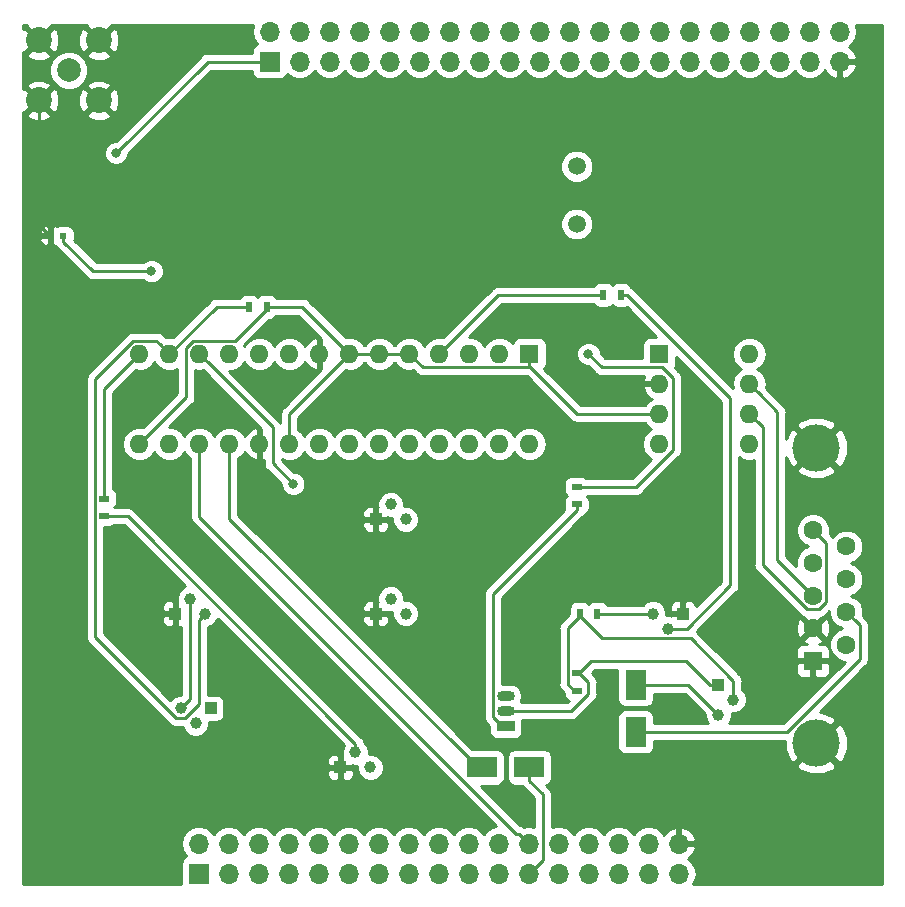
<source format=gbr>
G04 #@! TF.GenerationSoftware,KiCad,Pcbnew,(5.0.1)-3*
G04 #@! TF.CreationDate,2018-11-25T11:45:10-08:00*
G04 #@! TF.ProjectId,DashSight-Mezzanine-Card,4461736853696768742D4D657A7A616E,rev?*
G04 #@! TF.SameCoordinates,Original*
G04 #@! TF.FileFunction,Copper,L2,Bot,Signal*
G04 #@! TF.FilePolarity,Positive*
%FSLAX46Y46*%
G04 Gerber Fmt 4.6, Leading zero omitted, Abs format (unit mm)*
G04 Created by KiCad (PCBNEW (5.0.1)-3) date 25/11/2018 11:45:10 AM*
%MOMM*%
%LPD*%
G01*
G04 APERTURE LIST*
G04 #@! TA.AperFunction,ComponentPad*
%ADD10C,4.000000*%
G04 #@! TD*
G04 #@! TA.AperFunction,ComponentPad*
%ADD11C,1.600000*%
G04 #@! TD*
G04 #@! TA.AperFunction,ComponentPad*
%ADD12R,1.600000X1.600000*%
G04 #@! TD*
G04 #@! TA.AperFunction,ComponentPad*
%ADD13O,1.600000X1.600000*%
G04 #@! TD*
G04 #@! TA.AperFunction,SMDPad,CuDef*
%ADD14R,0.900000X0.500000*%
G04 #@! TD*
G04 #@! TA.AperFunction,SMDPad,CuDef*
%ADD15R,0.600000X0.500000*%
G04 #@! TD*
G04 #@! TA.AperFunction,ComponentPad*
%ADD16C,2.200000*%
G04 #@! TD*
G04 #@! TA.AperFunction,ComponentPad*
%ADD17C,2.000000*%
G04 #@! TD*
G04 #@! TA.AperFunction,ComponentPad*
%ADD18C,1.500000*%
G04 #@! TD*
G04 #@! TA.AperFunction,SMDPad,CuDef*
%ADD19R,2.500000X1.800000*%
G04 #@! TD*
G04 #@! TA.AperFunction,SMDPad,CuDef*
%ADD20R,1.800000X2.500000*%
G04 #@! TD*
G04 #@! TA.AperFunction,ComponentPad*
%ADD21R,1.700000X1.700000*%
G04 #@! TD*
G04 #@! TA.AperFunction,ComponentPad*
%ADD22O,1.700000X1.700000*%
G04 #@! TD*
G04 #@! TA.AperFunction,SMDPad,CuDef*
%ADD23R,0.500000X0.900000*%
G04 #@! TD*
G04 #@! TA.AperFunction,ComponentPad*
%ADD24O,1.500000X0.900000*%
G04 #@! TD*
G04 #@! TA.AperFunction,ComponentPad*
%ADD25R,1.500000X0.900000*%
G04 #@! TD*
G04 #@! TA.AperFunction,ComponentPad*
%ADD26C,1.000000*%
G04 #@! TD*
G04 #@! TA.AperFunction,ComponentPad*
%ADD27R,1.000000X1.000000*%
G04 #@! TD*
G04 #@! TA.AperFunction,ViaPad*
%ADD28C,0.800000*%
G04 #@! TD*
G04 #@! TA.AperFunction,Conductor*
%ADD29C,0.250000*%
G04 #@! TD*
G04 #@! TA.AperFunction,Conductor*
%ADD30C,0.254000*%
G04 #@! TD*
G04 APERTURE END LIST*
D10*
G04 #@! TO.P,J4,0*
G04 #@! TO.N,GND*
X193300000Y-86960000D03*
X193300000Y-111960000D03*
D11*
G04 #@! TO.P,J4,9*
G04 #@! TO.N,Vbat*
X195840000Y-95305000D03*
G04 #@! TO.P,J4,8*
G04 #@! TO.N,ISO9141-2_L*
X195840000Y-98075000D03*
G04 #@! TO.P,J4,7*
G04 #@! TO.N,J1850_Bus+*
X195840000Y-100845000D03*
G04 #@! TO.P,J4,6*
G04 #@! TO.N,J1850_Bus-*
X195840000Y-103615000D03*
G04 #@! TO.P,J4,5*
G04 #@! TO.N,CAN_Low*
X193000000Y-93920000D03*
G04 #@! TO.P,J4,4*
G04 #@! TO.N,ISO9141-2_K*
X193000000Y-96690000D03*
G04 #@! TO.P,J4,3*
G04 #@! TO.N,CAN_High*
X193000000Y-99460000D03*
G04 #@! TO.P,J4,2*
G04 #@! TO.N,GND*
X193000000Y-102230000D03*
D12*
G04 #@! TO.P,J4,1*
X193000000Y-105000000D03*
G04 #@! TD*
G04 #@! TO.P,IC2,1*
G04 #@! TO.N,+5V*
X169000000Y-79000000D03*
D13*
G04 #@! TO.P,IC2,15*
X135980000Y-86620000D03*
G04 #@! TO.P,IC2,2*
G04 #@! TO.N,Net-(C8-Pad1)*
X166460000Y-79000000D03*
G04 #@! TO.P,IC2,16*
G04 #@! TO.N,PwrCntrl*
X138520000Y-86620000D03*
G04 #@! TO.P,IC2,3*
G04 #@! TO.N,Net-(IC2-Pad3)*
X163920000Y-79000000D03*
G04 #@! TO.P,IC2,17*
G04 #@! TO.N,UART3_RX*
X141060000Y-86620000D03*
G04 #@! TO.P,IC2,4*
G04 #@! TO.N,Net-(IC2-Pad4)*
X161380000Y-79000000D03*
G04 #@! TO.P,IC2,18*
G04 #@! TO.N,Net-(D4-Pad2)*
X143600000Y-86620000D03*
G04 #@! TO.P,IC2,5*
G04 #@! TO.N,+5V*
X158840000Y-79000000D03*
G04 #@! TO.P,IC2,19*
G04 #@! TO.N,GND*
X146140000Y-86620000D03*
G04 #@! TO.P,IC2,6*
G04 #@! TO.N,+5V*
X156300000Y-79000000D03*
G04 #@! TO.P,IC2,20*
X148680000Y-86620000D03*
G04 #@! TO.P,IC2,7*
X153760000Y-79000000D03*
G04 #@! TO.P,IC2,21*
G04 #@! TO.N,Net-(IC2-Pad21)*
X151220000Y-86620000D03*
G04 #@! TO.P,IC2,8*
G04 #@! TO.N,GND*
X151220000Y-79000000D03*
G04 #@! TO.P,IC2,22*
G04 #@! TO.N,Net-(IC2-Pad22)*
X153760000Y-86620000D03*
G04 #@! TO.P,IC2,9*
G04 #@! TO.N,Net-(C6-Pad1)*
X148680000Y-79000000D03*
G04 #@! TO.P,IC2,23*
G04 #@! TO.N,CAN_TX*
X156300000Y-86620000D03*
G04 #@! TO.P,IC2,10*
G04 #@! TO.N,Net-(C7-Pad1)*
X146140000Y-79000000D03*
G04 #@! TO.P,IC2,24*
G04 #@! TO.N,CAN_RX*
X158840000Y-86620000D03*
G04 #@! TO.P,IC2,11*
G04 #@! TO.N,Net-(IC2-Pad11)*
X143600000Y-79000000D03*
G04 #@! TO.P,IC2,25*
G04 #@! TO.N,Net-(IC2-Pad25)*
X161380000Y-86620000D03*
G04 #@! TO.P,IC2,12*
G04 #@! TO.N,ELM_Pin12*
X141060000Y-79000000D03*
G04 #@! TO.P,IC2,26*
G04 #@! TO.N,Net-(IC2-Pad26)*
X163920000Y-86620000D03*
G04 #@! TO.P,IC2,13*
G04 #@! TO.N,Net-(IC2-Pad13)*
X138520000Y-79000000D03*
G04 #@! TO.P,IC2,27*
G04 #@! TO.N,Net-(IC2-Pad27)*
X166460000Y-86620000D03*
G04 #@! TO.P,IC2,14*
G04 #@! TO.N,ELM_Pin14*
X135980000Y-79000000D03*
G04 #@! TO.P,IC2,28*
G04 #@! TO.N,Net-(IC2-Pad28)*
X169000000Y-86620000D03*
G04 #@! TD*
D14*
G04 #@! TO.P,R9,1*
G04 #@! TO.N,Net-(Q2-Pad1)*
X173000000Y-106000000D03*
G04 #@! TO.P,R9,2*
G04 #@! TO.N,Net-(Q2-Pad2)*
X173000000Y-107500000D03*
G04 #@! TD*
D15*
G04 #@! TO.P,C1,1*
G04 #@! TO.N,Net-(C1-Pad1)*
X129550000Y-69000000D03*
G04 #@! TO.P,C1,2*
G04 #@! TO.N,GND*
X128450000Y-69000000D03*
G04 #@! TD*
D16*
G04 #@! TO.P,J3,2*
G04 #@! TO.N,GND*
X127460000Y-57540000D03*
X127460000Y-52460000D03*
X132540000Y-52460000D03*
X132540000Y-57540000D03*
D17*
G04 #@! TO.P,J3,1*
G04 #@! TO.N,Net-(IC1-Pad32)*
X130000000Y-55000000D03*
G04 #@! TD*
D18*
G04 #@! TO.P,Y1,1*
G04 #@! TO.N,Net-(C6-Pad1)*
X173000000Y-68000000D03*
G04 #@! TO.P,Y1,2*
G04 #@! TO.N,Net-(C7-Pad1)*
X173000000Y-63120000D03*
G04 #@! TD*
D19*
G04 #@! TO.P,D4,1*
G04 #@! TO.N,UART3_TX*
X169000000Y-114000000D03*
G04 #@! TO.P,D4,2*
G04 #@! TO.N,Net-(D4-Pad2)*
X165000000Y-114000000D03*
G04 #@! TD*
D20*
G04 #@! TO.P,D1,1*
G04 #@! TO.N,J1850_Bus+*
X178000000Y-111000000D03*
G04 #@! TO.P,D1,2*
G04 #@! TO.N,Net-(D1-Pad2)*
X178000000Y-107000000D03*
G04 #@! TD*
D12*
G04 #@! TO.P,U1,1*
G04 #@! TO.N,CAN_TX*
X180000000Y-79000000D03*
D13*
G04 #@! TO.P,U1,5*
G04 #@! TO.N,Net-(U1-Pad5)*
X187620000Y-86620000D03*
G04 #@! TO.P,U1,2*
G04 #@! TO.N,GND*
X180000000Y-81540000D03*
G04 #@! TO.P,U1,6*
G04 #@! TO.N,CAN_Low*
X187620000Y-84080000D03*
G04 #@! TO.P,U1,3*
G04 #@! TO.N,+5V*
X180000000Y-84080000D03*
G04 #@! TO.P,U1,7*
G04 #@! TO.N,CAN_High*
X187620000Y-81540000D03*
G04 #@! TO.P,U1,4*
G04 #@! TO.N,CAN_RX*
X180000000Y-86620000D03*
G04 #@! TO.P,U1,8*
G04 #@! TO.N,Net-(R3-Pad1)*
X187620000Y-79000000D03*
G04 #@! TD*
D21*
G04 #@! TO.P,J2,1*
G04 #@! TO.N,Net-(J2-Pad1)*
X141000000Y-123000000D03*
D22*
G04 #@! TO.P,J2,2*
G04 #@! TO.N,+5V*
X141000000Y-120460000D03*
G04 #@! TO.P,J2,3*
G04 #@! TO.N,Net-(J2-Pad3)*
X143540000Y-123000000D03*
G04 #@! TO.P,J2,4*
G04 #@! TO.N,Net-(J2-Pad4)*
X143540000Y-120460000D03*
G04 #@! TO.P,J2,5*
G04 #@! TO.N,Net-(J2-Pad5)*
X146080000Y-123000000D03*
G04 #@! TO.P,J2,6*
G04 #@! TO.N,Net-(J2-Pad6)*
X146080000Y-120460000D03*
G04 #@! TO.P,J2,7*
G04 #@! TO.N,Net-(J2-Pad7)*
X148620000Y-123000000D03*
G04 #@! TO.P,J2,8*
G04 #@! TO.N,Net-(J2-Pad8)*
X148620000Y-120460000D03*
G04 #@! TO.P,J2,9*
G04 #@! TO.N,Net-(J2-Pad9)*
X151160000Y-123000000D03*
G04 #@! TO.P,J2,10*
G04 #@! TO.N,Net-(J2-Pad10)*
X151160000Y-120460000D03*
G04 #@! TO.P,J2,11*
G04 #@! TO.N,Net-(J2-Pad11)*
X153700000Y-123000000D03*
G04 #@! TO.P,J2,12*
G04 #@! TO.N,Net-(J2-Pad12)*
X153700000Y-120460000D03*
G04 #@! TO.P,J2,13*
G04 #@! TO.N,Net-(J2-Pad13)*
X156240000Y-123000000D03*
G04 #@! TO.P,J2,14*
G04 #@! TO.N,Net-(J2-Pad14)*
X156240000Y-120460000D03*
G04 #@! TO.P,J2,15*
G04 #@! TO.N,Net-(J2-Pad15)*
X158780000Y-123000000D03*
G04 #@! TO.P,J2,16*
G04 #@! TO.N,Net-(J2-Pad16)*
X158780000Y-120460000D03*
G04 #@! TO.P,J2,17*
G04 #@! TO.N,Net-(J2-Pad17)*
X161320000Y-123000000D03*
G04 #@! TO.P,J2,18*
G04 #@! TO.N,Net-(J2-Pad18)*
X161320000Y-120460000D03*
G04 #@! TO.P,J2,19*
G04 #@! TO.N,Net-(J2-Pad19)*
X163860000Y-123000000D03*
G04 #@! TO.P,J2,20*
G04 #@! TO.N,Net-(J2-Pad20)*
X163860000Y-120460000D03*
G04 #@! TO.P,J2,21*
G04 #@! TO.N,Net-(J2-Pad21)*
X166400000Y-123000000D03*
G04 #@! TO.P,J2,22*
G04 #@! TO.N,Net-(J2-Pad22)*
X166400000Y-120460000D03*
G04 #@! TO.P,J2,23*
G04 #@! TO.N,UART3_TX*
X168940000Y-123000000D03*
G04 #@! TO.P,J2,24*
G04 #@! TO.N,UART3_RX*
X168940000Y-120460000D03*
G04 #@! TO.P,J2,25*
G04 #@! TO.N,Net-(J2-Pad25)*
X171480000Y-123000000D03*
G04 #@! TO.P,J2,26*
G04 #@! TO.N,Net-(J2-Pad26)*
X171480000Y-120460000D03*
G04 #@! TO.P,J2,27*
G04 #@! TO.N,Net-(J2-Pad27)*
X174020000Y-123000000D03*
G04 #@! TO.P,J2,28*
G04 #@! TO.N,Net-(J2-Pad28)*
X174020000Y-120460000D03*
G04 #@! TO.P,J2,29*
G04 #@! TO.N,Net-(J2-Pad29)*
X176560000Y-123000000D03*
G04 #@! TO.P,J2,30*
G04 #@! TO.N,Net-(J2-Pad30)*
X176560000Y-120460000D03*
G04 #@! TO.P,J2,31*
G04 #@! TO.N,Net-(J2-Pad31)*
X179100000Y-123000000D03*
G04 #@! TO.P,J2,32*
G04 #@! TO.N,Net-(J2-Pad32)*
X179100000Y-120460000D03*
G04 #@! TO.P,J2,33*
G04 #@! TO.N,Net-(J2-Pad33)*
X181640000Y-123000000D03*
G04 #@! TO.P,J2,34*
G04 #@! TO.N,GND*
X181640000Y-120460000D03*
G04 #@! TD*
D21*
G04 #@! TO.P,J1,1*
G04 #@! TO.N,+3V3*
X147000000Y-54250000D03*
D22*
G04 #@! TO.P,J1,2*
G04 #@! TO.N,Net-(J1-Pad2)*
X147000000Y-51710000D03*
G04 #@! TO.P,J1,3*
G04 #@! TO.N,Net-(J1-Pad3)*
X149540000Y-54250000D03*
G04 #@! TO.P,J1,4*
G04 #@! TO.N,Net-(J1-Pad4)*
X149540000Y-51710000D03*
G04 #@! TO.P,J1,5*
G04 #@! TO.N,Net-(J1-Pad5)*
X152080000Y-54250000D03*
G04 #@! TO.P,J1,6*
G04 #@! TO.N,Net-(J1-Pad6)*
X152080000Y-51710000D03*
G04 #@! TO.P,J1,7*
G04 #@! TO.N,Net-(J1-Pad7)*
X154620000Y-54250000D03*
G04 #@! TO.P,J1,8*
G04 #@! TO.N,UART2_RX*
X154620000Y-51710000D03*
G04 #@! TO.P,J1,9*
G04 #@! TO.N,Net-(J1-Pad9)*
X157160000Y-54250000D03*
G04 #@! TO.P,J1,10*
G04 #@! TO.N,UART2_TX*
X157160000Y-51710000D03*
G04 #@! TO.P,J1,11*
G04 #@! TO.N,Net-(J1-Pad11)*
X159700000Y-54250000D03*
G04 #@! TO.P,J1,12*
G04 #@! TO.N,Net-(J1-Pad12)*
X159700000Y-51710000D03*
G04 #@! TO.P,J1,13*
G04 #@! TO.N,Net-(J1-Pad13)*
X162240000Y-54250000D03*
G04 #@! TO.P,J1,14*
G04 #@! TO.N,Net-(J1-Pad14)*
X162240000Y-51710000D03*
G04 #@! TO.P,J1,15*
G04 #@! TO.N,Net-(J1-Pad15)*
X164780000Y-54250000D03*
G04 #@! TO.P,J1,16*
G04 #@! TO.N,Net-(J1-Pad16)*
X164780000Y-51710000D03*
G04 #@! TO.P,J1,17*
G04 #@! TO.N,Net-(J1-Pad17)*
X167320000Y-54250000D03*
G04 #@! TO.P,J1,18*
G04 #@! TO.N,Net-(J1-Pad18)*
X167320000Y-51710000D03*
G04 #@! TO.P,J1,19*
G04 #@! TO.N,Net-(J1-Pad19)*
X169860000Y-54250000D03*
G04 #@! TO.P,J1,20*
G04 #@! TO.N,Net-(J1-Pad20)*
X169860000Y-51710000D03*
G04 #@! TO.P,J1,21*
G04 #@! TO.N,Net-(J1-Pad21)*
X172400000Y-54250000D03*
G04 #@! TO.P,J1,22*
G04 #@! TO.N,Net-(J1-Pad22)*
X172400000Y-51710000D03*
G04 #@! TO.P,J1,23*
G04 #@! TO.N,Net-(J1-Pad23)*
X174940000Y-54250000D03*
G04 #@! TO.P,J1,24*
G04 #@! TO.N,Net-(J1-Pad24)*
X174940000Y-51710000D03*
G04 #@! TO.P,J1,25*
G04 #@! TO.N,Net-(J1-Pad25)*
X177480000Y-54250000D03*
G04 #@! TO.P,J1,26*
G04 #@! TO.N,Net-(J1-Pad26)*
X177480000Y-51710000D03*
G04 #@! TO.P,J1,27*
G04 #@! TO.N,Net-(J1-Pad27)*
X180020000Y-54250000D03*
G04 #@! TO.P,J1,28*
G04 #@! TO.N,Net-(J1-Pad28)*
X180020000Y-51710000D03*
G04 #@! TO.P,J1,29*
G04 #@! TO.N,Net-(J1-Pad29)*
X182560000Y-54250000D03*
G04 #@! TO.P,J1,30*
G04 #@! TO.N,Net-(J1-Pad30)*
X182560000Y-51710000D03*
G04 #@! TO.P,J1,31*
G04 #@! TO.N,Net-(J1-Pad31)*
X185100000Y-54250000D03*
G04 #@! TO.P,J1,32*
G04 #@! TO.N,Net-(J1-Pad32)*
X185100000Y-51710000D03*
G04 #@! TO.P,J1,33*
G04 #@! TO.N,Net-(J1-Pad33)*
X187640000Y-54250000D03*
G04 #@! TO.P,J1,34*
G04 #@! TO.N,Net-(J1-Pad34)*
X187640000Y-51710000D03*
G04 #@! TO.P,J1,35*
G04 #@! TO.N,Net-(J1-Pad35)*
X190180000Y-54250000D03*
G04 #@! TO.P,J1,36*
G04 #@! TO.N,Net-(J1-Pad36)*
X190180000Y-51710000D03*
G04 #@! TO.P,J1,37*
G04 #@! TO.N,Net-(J1-Pad37)*
X192720000Y-54250000D03*
G04 #@! TO.P,J1,38*
G04 #@! TO.N,Net-(J1-Pad38)*
X192720000Y-51710000D03*
G04 #@! TO.P,J1,39*
G04 #@! TO.N,GND*
X195260000Y-54250000D03*
G04 #@! TO.P,J1,40*
G04 #@! TO.N,Net-(J1-Pad40)*
X195260000Y-51710000D03*
G04 #@! TD*
D23*
G04 #@! TO.P,R20,1*
G04 #@! TO.N,Net-(IC2-Pad4)*
X175250000Y-74000000D03*
G04 #@! TO.P,R20,2*
G04 #@! TO.N,Net-(Q4-Pad2)*
X176750000Y-74000000D03*
G04 #@! TD*
G04 #@! TO.P,R22,1*
G04 #@! TO.N,+5V*
X146750000Y-75000000D03*
G04 #@! TO.P,R22,2*
G04 #@! TO.N,Net-(IC2-Pad13)*
X145250000Y-75000000D03*
G04 #@! TD*
D14*
G04 #@! TO.P,R13,1*
G04 #@! TO.N,Net-(R13-Pad1)*
X173000000Y-91750000D03*
G04 #@! TO.P,R13,2*
G04 #@! TO.N,Net-(R13-Pad2)*
X173000000Y-90250000D03*
G04 #@! TD*
D23*
G04 #@! TO.P,R17,1*
G04 #@! TO.N,Net-(Q2-Pad2)*
X173250000Y-101000000D03*
G04 #@! TO.P,R17,2*
G04 #@! TO.N,Net-(Q4-Pad3)*
X174750000Y-101000000D03*
G04 #@! TD*
D14*
G04 #@! TO.P,R7,1*
G04 #@! TO.N,Net-(Q1-Pad2)*
X133000000Y-92750000D03*
G04 #@! TO.P,R7,2*
G04 #@! TO.N,ELM_Pin14*
X133000000Y-91250000D03*
G04 #@! TD*
D24*
G04 #@! TO.P,U2,2*
G04 #@! TO.N,Net-(Q2-Pad1)*
X167000000Y-109270000D03*
G04 #@! TO.P,U2,3*
G04 #@! TO.N,V12*
X167000000Y-108000000D03*
D25*
G04 #@! TO.P,U2,1*
G04 #@! TO.N,Net-(R13-Pad1)*
X167000000Y-110540000D03*
G04 #@! TD*
D26*
G04 #@! TO.P,Q6,2*
G04 #@! TO.N,Net-(Q6-Pad2)*
X157270000Y-91730000D03*
G04 #@! TO.P,Q6,3*
G04 #@! TO.N,ISO9141-2_L*
X158540000Y-93000000D03*
D27*
G04 #@! TO.P,Q6,1*
G04 #@! TO.N,GND*
X156000000Y-93000000D03*
G04 #@! TD*
D26*
G04 #@! TO.P,Q7,2*
G04 #@! TO.N,Net-(Q7-Pad2)*
X157270000Y-99730000D03*
G04 #@! TO.P,Q7,3*
G04 #@! TO.N,ISO9141-2_K*
X158540000Y-101000000D03*
D27*
G04 #@! TO.P,Q7,1*
G04 #@! TO.N,GND*
X156000000Y-101000000D03*
G04 #@! TD*
D26*
G04 #@! TO.P,Q1,2*
G04 #@! TO.N,Net-(Q1-Pad2)*
X154270000Y-112730000D03*
G04 #@! TO.P,Q1,3*
G04 #@! TO.N,J1850_Bus-*
X155540000Y-114000000D03*
D27*
G04 #@! TO.P,Q1,1*
G04 #@! TO.N,GND*
X153000000Y-114000000D03*
G04 #@! TD*
D26*
G04 #@! TO.P,Q2,2*
G04 #@! TO.N,Net-(Q2-Pad2)*
X186270000Y-108270000D03*
G04 #@! TO.P,Q2,3*
G04 #@! TO.N,Net-(D1-Pad2)*
X185000000Y-109540000D03*
D27*
G04 #@! TO.P,Q2,1*
G04 #@! TO.N,Net-(Q2-Pad1)*
X185000000Y-107000000D03*
G04 #@! TD*
D26*
G04 #@! TO.P,Q3,2*
G04 #@! TO.N,Net-(D2-Pad2)*
X140730000Y-110270000D03*
G04 #@! TO.P,Q3,3*
G04 #@! TO.N,Net-(Q3-Pad3)*
X139460000Y-109000000D03*
D27*
G04 #@! TO.P,Q3,1*
G04 #@! TO.N,Net-(Q3-Pad1)*
X142000000Y-109000000D03*
G04 #@! TD*
D26*
G04 #@! TO.P,Q4,2*
G04 #@! TO.N,Net-(Q4-Pad2)*
X180730000Y-102270000D03*
G04 #@! TO.P,Q4,3*
G04 #@! TO.N,Net-(Q4-Pad3)*
X179460000Y-101000000D03*
D27*
G04 #@! TO.P,Q4,1*
G04 #@! TO.N,GND*
X182000000Y-101000000D03*
G04 #@! TD*
D26*
G04 #@! TO.P,Q5,2*
G04 #@! TO.N,Net-(Q3-Pad3)*
X140270000Y-99730000D03*
G04 #@! TO.P,Q5,3*
G04 #@! TO.N,Net-(IC2-Pad13)*
X141540000Y-101000000D03*
D27*
G04 #@! TO.P,Q5,1*
G04 #@! TO.N,GND*
X139000000Y-101000000D03*
G04 #@! TD*
D28*
G04 #@! TO.N,GND*
X141000000Y-59000000D03*
X184000000Y-74000000D03*
X183000000Y-82000000D03*
X154000000Y-83000000D03*
X191000000Y-108000000D03*
G04 #@! TO.N,Net-(R13-Pad2)*
X174000000Y-79000000D03*
G04 #@! TO.N,+3V3*
X134000000Y-62000000D03*
G04 #@! TO.N,Net-(C1-Pad1)*
X137000000Y-72000000D03*
G04 #@! TO.N,ELM_Pin12*
X149000000Y-90000000D03*
G04 #@! TD*
D29*
G04 #@! TO.N,GND*
X127460000Y-59095634D02*
X127460000Y-57540000D01*
X127460000Y-68060000D02*
X127460000Y-59095634D01*
X128400000Y-69000000D02*
X127460000Y-68060000D01*
X128450000Y-69000000D02*
X128400000Y-69000000D01*
G04 #@! TO.N,Net-(IC2-Pad13)*
X137720001Y-78200001D02*
X138520000Y-79000000D01*
X137394999Y-77874999D02*
X137720001Y-78200001D01*
X135439999Y-77874999D02*
X137394999Y-77874999D01*
X132224999Y-102986001D02*
X132224999Y-81089999D01*
X139063999Y-109825001D02*
X132224999Y-102986001D01*
X132224999Y-81089999D02*
X135439999Y-77874999D01*
X139856001Y-109825001D02*
X139063999Y-109825001D01*
X141040001Y-108641001D02*
X139856001Y-109825001D01*
X141040001Y-101499999D02*
X141040001Y-108641001D01*
X141540000Y-101000000D02*
X141040001Y-101499999D01*
X142520000Y-75000000D02*
X138520000Y-79000000D01*
X145250000Y-75000000D02*
X142520000Y-75000000D01*
G04 #@! TO.N,Net-(Q3-Pad3)*
X140270000Y-108190000D02*
X140270000Y-99730000D01*
X139460000Y-109000000D02*
X140270000Y-108190000D01*
G04 #@! TO.N,Net-(Q4-Pad2)*
X177250000Y-74000000D02*
X186000000Y-82750000D01*
X176750000Y-74000000D02*
X177250000Y-74000000D01*
X181437106Y-102270000D02*
X180730000Y-102270000D01*
X182315002Y-102270000D02*
X181437106Y-102270000D01*
X186000000Y-98585002D02*
X182315002Y-102270000D01*
X186000000Y-82750000D02*
X186000000Y-98585002D01*
G04 #@! TO.N,Net-(Q4-Pad3)*
X174750000Y-101000000D02*
X179460000Y-101000000D01*
G04 #@! TO.N,Net-(Q2-Pad2)*
X173200000Y-107500000D02*
X173000000Y-107500000D01*
X172800000Y-107500000D02*
X173000000Y-107500000D01*
X172224999Y-106924999D02*
X172800000Y-107500000D01*
X172224999Y-102225001D02*
X172224999Y-106924999D01*
X173250000Y-101200000D02*
X172224999Y-102225001D01*
X173250000Y-101200000D02*
X173250000Y-101000000D01*
X175145001Y-103095001D02*
X173250000Y-101200000D01*
X182680003Y-103095001D02*
X175145001Y-103095001D01*
X186270000Y-106684998D02*
X182680003Y-103095001D01*
X186270000Y-108270000D02*
X186270000Y-106684998D01*
G04 #@! TO.N,Net-(D1-Pad2)*
X182460000Y-107000000D02*
X185000000Y-109540000D01*
X178000000Y-107000000D02*
X182460000Y-107000000D01*
G04 #@! TO.N,Net-(Q2-Pad1)*
X173000000Y-106000000D02*
X172800000Y-106000000D01*
X184250000Y-107000000D02*
X185000000Y-107000000D01*
X182250000Y-105000000D02*
X184250000Y-107000000D01*
X167000000Y-109270000D02*
X172515002Y-109270000D01*
X172515002Y-109270000D02*
X174000000Y-107785002D01*
X174000000Y-107785002D02*
X174000000Y-106800000D01*
X174000000Y-106800000D02*
X173200000Y-106000000D01*
X173200000Y-106000000D02*
X174200000Y-105000000D01*
X174200000Y-105000000D02*
X182250000Y-105000000D01*
G04 #@! TO.N,Net-(Q1-Pad2)*
X154270000Y-112022894D02*
X154270000Y-112730000D01*
X134997106Y-92750000D02*
X154270000Y-112022894D01*
X133000000Y-92750000D02*
X134997106Y-92750000D01*
G04 #@! TO.N,Net-(R13-Pad1)*
X166700000Y-110540000D02*
X167000000Y-110540000D01*
X165924990Y-109764990D02*
X166700000Y-110540000D01*
X165924990Y-99325010D02*
X165924990Y-109764990D01*
X173000000Y-92250000D02*
X165924990Y-99325010D01*
X173000000Y-91750000D02*
X173000000Y-92250000D01*
G04 #@! TO.N,ELM_Pin14*
X133000000Y-81980000D02*
X133000000Y-91250000D01*
X135980000Y-79000000D02*
X133000000Y-81980000D01*
G04 #@! TO.N,CAN_Low*
X188419999Y-84879999D02*
X187620000Y-84080000D01*
X188745001Y-96870003D02*
X188745001Y-85205001D01*
X192459999Y-100585001D02*
X188745001Y-96870003D01*
X193540001Y-100585001D02*
X192459999Y-100585001D01*
X194125001Y-100000001D02*
X193540001Y-100585001D01*
X188745001Y-85205001D02*
X188419999Y-84879999D01*
X194125001Y-95045001D02*
X194125001Y-100000001D01*
X193000000Y-93920000D02*
X194125001Y-95045001D01*
G04 #@! TO.N,CAN_High*
X188419999Y-82339999D02*
X187620000Y-81540000D01*
X190000000Y-83920000D02*
X188419999Y-82339999D01*
X190000000Y-96460000D02*
X190000000Y-83920000D01*
X193000000Y-99460000D02*
X190000000Y-96460000D01*
G04 #@! TO.N,J1850_Bus+*
X196639999Y-101644999D02*
X195840000Y-100845000D01*
X196965001Y-101970001D02*
X196639999Y-101644999D01*
X196965001Y-104853997D02*
X196965001Y-101970001D01*
X190818998Y-111000000D02*
X196965001Y-104853997D01*
X178000000Y-111000000D02*
X190818998Y-111000000D01*
G04 #@! TO.N,Net-(R13-Pad2)*
X173700000Y-90250000D02*
X173000000Y-90250000D01*
X178035002Y-90250000D02*
X173700000Y-90250000D01*
X181125001Y-87160001D02*
X178035002Y-90250000D01*
X180250003Y-80125001D02*
X181125001Y-80999999D01*
X175125001Y-80125001D02*
X180250003Y-80125001D01*
X181125001Y-80999999D02*
X181125001Y-87160001D01*
X174000000Y-79000000D02*
X175125001Y-80125001D01*
G04 #@! TO.N,+5V*
X173030000Y-84080000D02*
X169000000Y-80050000D01*
X180000000Y-84080000D02*
X173030000Y-84080000D01*
X149760000Y-75000000D02*
X153760000Y-79000000D01*
X146750000Y-75000000D02*
X149760000Y-75000000D01*
X148680000Y-84080000D02*
X153760000Y-79000000D01*
X148680000Y-86620000D02*
X148680000Y-84080000D01*
X153760000Y-79000000D02*
X156300000Y-79000000D01*
X156300000Y-79000000D02*
X158840000Y-79000000D01*
X169000000Y-80050000D02*
X169000000Y-79000000D01*
X168924999Y-80125001D02*
X169000000Y-80050000D01*
X159965001Y-80125001D02*
X168924999Y-80125001D01*
X158840000Y-79000000D02*
X159965001Y-80125001D01*
X136779999Y-85820001D02*
X135980000Y-86620000D01*
X139934999Y-82665001D02*
X136779999Y-85820001D01*
X139934999Y-78459999D02*
X139934999Y-82665001D01*
X140519999Y-77874999D02*
X139934999Y-78459999D01*
X144075001Y-77874999D02*
X140519999Y-77874999D01*
X146750000Y-75200000D02*
X144075001Y-77874999D01*
X146750000Y-75000000D02*
X146750000Y-75200000D01*
G04 #@! TO.N,Net-(IC2-Pad4)*
X166380000Y-74000000D02*
X161380000Y-79000000D01*
X175250000Y-74000000D02*
X166380000Y-74000000D01*
G04 #@! TO.N,+3V3*
X141750000Y-54250000D02*
X147000000Y-54250000D01*
X134000000Y-62000000D02*
X141750000Y-54250000D01*
G04 #@! TO.N,Net-(C1-Pad1)*
X129550000Y-69500000D02*
X129550000Y-69000000D01*
X132050000Y-72000000D02*
X129550000Y-69500000D01*
X137000000Y-72000000D02*
X132050000Y-72000000D01*
G04 #@! TO.N,Net-(D4-Pad2)*
X164650000Y-114000000D02*
X165000000Y-114000000D01*
X143600000Y-92950000D02*
X164650000Y-114000000D01*
X143600000Y-86620000D02*
X143600000Y-92950000D01*
G04 #@! TO.N,ELM_Pin12*
X141859999Y-79799999D02*
X141060000Y-79000000D01*
X147265001Y-85205001D02*
X141859999Y-79799999D01*
X147265001Y-88265001D02*
X147265001Y-85205001D01*
X149000000Y-90000000D02*
X147265001Y-88265001D01*
G04 #@! TO.N,UART3_RX*
X141060000Y-87751370D02*
X141060000Y-86620000D01*
X141060000Y-92795002D02*
X141060000Y-87751370D01*
X167874999Y-119610001D02*
X141060000Y-92795002D01*
X168090001Y-119610001D02*
X167874999Y-119610001D01*
X168940000Y-120460000D02*
X168090001Y-119610001D01*
G04 #@! TO.N,UART3_TX*
X169000000Y-115150000D02*
X169000000Y-114000000D01*
X170115001Y-116265001D02*
X169000000Y-115150000D01*
X170115001Y-121824999D02*
X170115001Y-116265001D01*
X168940000Y-123000000D02*
X170115001Y-121824999D01*
G04 #@! TD*
D30*
G04 #@! TO.N,GND*
G36*
X126414737Y-51235132D02*
X127460000Y-52280395D01*
X128505263Y-51235132D01*
X128462006Y-51127000D01*
X131537994Y-51127000D01*
X131494737Y-51235132D01*
X132540000Y-52280395D01*
X133585263Y-51235132D01*
X133542006Y-51127000D01*
X145603554Y-51127000D01*
X145601161Y-51130582D01*
X145485908Y-51710000D01*
X145601161Y-52289418D01*
X145929375Y-52780625D01*
X145947619Y-52792816D01*
X145902235Y-52801843D01*
X145692191Y-52942191D01*
X145551843Y-53152235D01*
X145502560Y-53400000D01*
X145502560Y-53490000D01*
X141824846Y-53490000D01*
X141749999Y-53475112D01*
X141675152Y-53490000D01*
X141675148Y-53490000D01*
X141453463Y-53534096D01*
X141202071Y-53702071D01*
X141159671Y-53765527D01*
X133960199Y-60965000D01*
X133794126Y-60965000D01*
X133413720Y-61122569D01*
X133122569Y-61413720D01*
X132965000Y-61794126D01*
X132965000Y-62205874D01*
X133122569Y-62586280D01*
X133413720Y-62877431D01*
X133794126Y-63035000D01*
X134205874Y-63035000D01*
X134586280Y-62877431D01*
X134619205Y-62844506D01*
X171615000Y-62844506D01*
X171615000Y-63395494D01*
X171825853Y-63904540D01*
X172215460Y-64294147D01*
X172724506Y-64505000D01*
X173275494Y-64505000D01*
X173784540Y-64294147D01*
X174174147Y-63904540D01*
X174385000Y-63395494D01*
X174385000Y-62844506D01*
X174174147Y-62335460D01*
X173784540Y-61945853D01*
X173275494Y-61735000D01*
X172724506Y-61735000D01*
X172215460Y-61945853D01*
X171825853Y-62335460D01*
X171615000Y-62844506D01*
X134619205Y-62844506D01*
X134877431Y-62586280D01*
X135035000Y-62205874D01*
X135035000Y-62039801D01*
X142064802Y-55010000D01*
X145502560Y-55010000D01*
X145502560Y-55100000D01*
X145551843Y-55347765D01*
X145692191Y-55557809D01*
X145902235Y-55698157D01*
X146150000Y-55747440D01*
X147850000Y-55747440D01*
X148097765Y-55698157D01*
X148307809Y-55557809D01*
X148448157Y-55347765D01*
X148457184Y-55302381D01*
X148469375Y-55320625D01*
X148960582Y-55648839D01*
X149393744Y-55735000D01*
X149686256Y-55735000D01*
X150119418Y-55648839D01*
X150610625Y-55320625D01*
X150810000Y-55022239D01*
X151009375Y-55320625D01*
X151500582Y-55648839D01*
X151933744Y-55735000D01*
X152226256Y-55735000D01*
X152659418Y-55648839D01*
X153150625Y-55320625D01*
X153350000Y-55022239D01*
X153549375Y-55320625D01*
X154040582Y-55648839D01*
X154473744Y-55735000D01*
X154766256Y-55735000D01*
X155199418Y-55648839D01*
X155690625Y-55320625D01*
X155890000Y-55022239D01*
X156089375Y-55320625D01*
X156580582Y-55648839D01*
X157013744Y-55735000D01*
X157306256Y-55735000D01*
X157739418Y-55648839D01*
X158230625Y-55320625D01*
X158430000Y-55022239D01*
X158629375Y-55320625D01*
X159120582Y-55648839D01*
X159553744Y-55735000D01*
X159846256Y-55735000D01*
X160279418Y-55648839D01*
X160770625Y-55320625D01*
X160970000Y-55022239D01*
X161169375Y-55320625D01*
X161660582Y-55648839D01*
X162093744Y-55735000D01*
X162386256Y-55735000D01*
X162819418Y-55648839D01*
X163310625Y-55320625D01*
X163510000Y-55022239D01*
X163709375Y-55320625D01*
X164200582Y-55648839D01*
X164633744Y-55735000D01*
X164926256Y-55735000D01*
X165359418Y-55648839D01*
X165850625Y-55320625D01*
X166050000Y-55022239D01*
X166249375Y-55320625D01*
X166740582Y-55648839D01*
X167173744Y-55735000D01*
X167466256Y-55735000D01*
X167899418Y-55648839D01*
X168390625Y-55320625D01*
X168590000Y-55022239D01*
X168789375Y-55320625D01*
X169280582Y-55648839D01*
X169713744Y-55735000D01*
X170006256Y-55735000D01*
X170439418Y-55648839D01*
X170930625Y-55320625D01*
X171130000Y-55022239D01*
X171329375Y-55320625D01*
X171820582Y-55648839D01*
X172253744Y-55735000D01*
X172546256Y-55735000D01*
X172979418Y-55648839D01*
X173470625Y-55320625D01*
X173670000Y-55022239D01*
X173869375Y-55320625D01*
X174360582Y-55648839D01*
X174793744Y-55735000D01*
X175086256Y-55735000D01*
X175519418Y-55648839D01*
X176010625Y-55320625D01*
X176210000Y-55022239D01*
X176409375Y-55320625D01*
X176900582Y-55648839D01*
X177333744Y-55735000D01*
X177626256Y-55735000D01*
X178059418Y-55648839D01*
X178550625Y-55320625D01*
X178750000Y-55022239D01*
X178949375Y-55320625D01*
X179440582Y-55648839D01*
X179873744Y-55735000D01*
X180166256Y-55735000D01*
X180599418Y-55648839D01*
X181090625Y-55320625D01*
X181290000Y-55022239D01*
X181489375Y-55320625D01*
X181980582Y-55648839D01*
X182413744Y-55735000D01*
X182706256Y-55735000D01*
X183139418Y-55648839D01*
X183630625Y-55320625D01*
X183830000Y-55022239D01*
X184029375Y-55320625D01*
X184520582Y-55648839D01*
X184953744Y-55735000D01*
X185246256Y-55735000D01*
X185679418Y-55648839D01*
X186170625Y-55320625D01*
X186370000Y-55022239D01*
X186569375Y-55320625D01*
X187060582Y-55648839D01*
X187493744Y-55735000D01*
X187786256Y-55735000D01*
X188219418Y-55648839D01*
X188710625Y-55320625D01*
X188910000Y-55022239D01*
X189109375Y-55320625D01*
X189600582Y-55648839D01*
X190033744Y-55735000D01*
X190326256Y-55735000D01*
X190759418Y-55648839D01*
X191250625Y-55320625D01*
X191450000Y-55022239D01*
X191649375Y-55320625D01*
X192140582Y-55648839D01*
X192573744Y-55735000D01*
X192866256Y-55735000D01*
X193299418Y-55648839D01*
X193790625Y-55320625D01*
X194003843Y-55001522D01*
X194064817Y-55131358D01*
X194493076Y-55521645D01*
X194903110Y-55691476D01*
X195133000Y-55570155D01*
X195133000Y-54377000D01*
X195387000Y-54377000D01*
X195387000Y-55570155D01*
X195616890Y-55691476D01*
X196026924Y-55521645D01*
X196455183Y-55131358D01*
X196701486Y-54606892D01*
X196580819Y-54377000D01*
X195387000Y-54377000D01*
X195133000Y-54377000D01*
X195113000Y-54377000D01*
X195113000Y-54123000D01*
X195133000Y-54123000D01*
X195133000Y-54103000D01*
X195387000Y-54103000D01*
X195387000Y-54123000D01*
X196580819Y-54123000D01*
X196701486Y-53893108D01*
X196455183Y-53368642D01*
X196030214Y-52981353D01*
X196330625Y-52780625D01*
X196658839Y-52289418D01*
X196774092Y-51710000D01*
X196658839Y-51130582D01*
X196656446Y-51127000D01*
X198873000Y-51127000D01*
X198873000Y-123873000D01*
X182842674Y-123873000D01*
X183038839Y-123579418D01*
X183154092Y-123000000D01*
X183038839Y-122420582D01*
X182710625Y-121929375D01*
X182410214Y-121728647D01*
X182835183Y-121341358D01*
X183081486Y-120816892D01*
X182960819Y-120587000D01*
X181767000Y-120587000D01*
X181767000Y-120607000D01*
X181513000Y-120607000D01*
X181513000Y-120587000D01*
X181493000Y-120587000D01*
X181493000Y-120333000D01*
X181513000Y-120333000D01*
X181513000Y-119139845D01*
X181767000Y-119139845D01*
X181767000Y-120333000D01*
X182960819Y-120333000D01*
X183081486Y-120103108D01*
X182835183Y-119578642D01*
X182406924Y-119188355D01*
X181996890Y-119018524D01*
X181767000Y-119139845D01*
X181513000Y-119139845D01*
X181283110Y-119018524D01*
X180873076Y-119188355D01*
X180444817Y-119578642D01*
X180383843Y-119708478D01*
X180170625Y-119389375D01*
X179679418Y-119061161D01*
X179246256Y-118975000D01*
X178953744Y-118975000D01*
X178520582Y-119061161D01*
X178029375Y-119389375D01*
X177830000Y-119687761D01*
X177630625Y-119389375D01*
X177139418Y-119061161D01*
X176706256Y-118975000D01*
X176413744Y-118975000D01*
X175980582Y-119061161D01*
X175489375Y-119389375D01*
X175290000Y-119687761D01*
X175090625Y-119389375D01*
X174599418Y-119061161D01*
X174166256Y-118975000D01*
X173873744Y-118975000D01*
X173440582Y-119061161D01*
X172949375Y-119389375D01*
X172750000Y-119687761D01*
X172550625Y-119389375D01*
X172059418Y-119061161D01*
X171626256Y-118975000D01*
X171333744Y-118975000D01*
X170900582Y-119061161D01*
X170875001Y-119078254D01*
X170875001Y-116339849D01*
X170889889Y-116265001D01*
X170875001Y-116190153D01*
X170875001Y-116190149D01*
X170830905Y-115968464D01*
X170662930Y-115717072D01*
X170599474Y-115674672D01*
X170435370Y-115510568D01*
X170497765Y-115498157D01*
X170707809Y-115357809D01*
X170848157Y-115147765D01*
X170897440Y-114900000D01*
X170897440Y-113835022D01*
X191604584Y-113835022D01*
X191825353Y-114205743D01*
X192797012Y-114599119D01*
X193845247Y-114590713D01*
X194774647Y-114205743D01*
X194995416Y-113835022D01*
X193300000Y-112139605D01*
X191604584Y-113835022D01*
X170897440Y-113835022D01*
X170897440Y-113100000D01*
X170848157Y-112852235D01*
X170707809Y-112642191D01*
X170497765Y-112501843D01*
X170250000Y-112452560D01*
X167750000Y-112452560D01*
X167502235Y-112501843D01*
X167292191Y-112642191D01*
X167151843Y-112852235D01*
X167102560Y-113100000D01*
X167102560Y-114900000D01*
X167151843Y-115147765D01*
X167292191Y-115357809D01*
X167502235Y-115498157D01*
X167750000Y-115547440D01*
X168351518Y-115547440D01*
X168452071Y-115697929D01*
X168515530Y-115740331D01*
X169355002Y-116579804D01*
X169355002Y-119028457D01*
X169086256Y-118975000D01*
X168793744Y-118975000D01*
X168573255Y-119018858D01*
X168386538Y-118894097D01*
X168195996Y-118856196D01*
X164887240Y-115547440D01*
X166250000Y-115547440D01*
X166497765Y-115498157D01*
X166707809Y-115357809D01*
X166848157Y-115147765D01*
X166897440Y-114900000D01*
X166897440Y-113100000D01*
X166848157Y-112852235D01*
X166707809Y-112642191D01*
X166497765Y-112501843D01*
X166250000Y-112452560D01*
X164177363Y-112452560D01*
X153010552Y-101285750D01*
X154865000Y-101285750D01*
X154865000Y-101626309D01*
X154961673Y-101859698D01*
X155140301Y-102038327D01*
X155373690Y-102135000D01*
X155714250Y-102135000D01*
X155873000Y-101976250D01*
X155873000Y-101127000D01*
X156127000Y-101127000D01*
X156127000Y-101976250D01*
X156285750Y-102135000D01*
X156626310Y-102135000D01*
X156859699Y-102038327D01*
X157038327Y-101859698D01*
X157135000Y-101626309D01*
X157135000Y-101285750D01*
X156976250Y-101127000D01*
X156127000Y-101127000D01*
X155873000Y-101127000D01*
X155023750Y-101127000D01*
X154865000Y-101285750D01*
X153010552Y-101285750D01*
X152098493Y-100373691D01*
X154865000Y-100373691D01*
X154865000Y-100714250D01*
X155023750Y-100873000D01*
X155873000Y-100873000D01*
X155873000Y-100023750D01*
X156127000Y-100023750D01*
X156127000Y-100873000D01*
X156976250Y-100873000D01*
X157001819Y-100847431D01*
X157044234Y-100865000D01*
X157405000Y-100865000D01*
X157405000Y-101225766D01*
X157577793Y-101642926D01*
X157897074Y-101962207D01*
X158314234Y-102135000D01*
X158765766Y-102135000D01*
X159182926Y-101962207D01*
X159502207Y-101642926D01*
X159675000Y-101225766D01*
X159675000Y-100774234D01*
X159502207Y-100357074D01*
X159182926Y-100037793D01*
X158765766Y-99865000D01*
X158405000Y-99865000D01*
X158405000Y-99504234D01*
X158232207Y-99087074D01*
X157912926Y-98767793D01*
X157495766Y-98595000D01*
X157044234Y-98595000D01*
X156627074Y-98767793D01*
X156307793Y-99087074D01*
X156135000Y-99504234D01*
X156135000Y-99955766D01*
X156152569Y-99998181D01*
X156127000Y-100023750D01*
X155873000Y-100023750D01*
X155714250Y-99865000D01*
X155373690Y-99865000D01*
X155140301Y-99961673D01*
X154961673Y-100140302D01*
X154865000Y-100373691D01*
X152098493Y-100373691D01*
X145010552Y-93285750D01*
X154865000Y-93285750D01*
X154865000Y-93626309D01*
X154961673Y-93859698D01*
X155140301Y-94038327D01*
X155373690Y-94135000D01*
X155714250Y-94135000D01*
X155873000Y-93976250D01*
X155873000Y-93127000D01*
X156127000Y-93127000D01*
X156127000Y-93976250D01*
X156285750Y-94135000D01*
X156626310Y-94135000D01*
X156859699Y-94038327D01*
X157038327Y-93859698D01*
X157135000Y-93626309D01*
X157135000Y-93285750D01*
X156976250Y-93127000D01*
X156127000Y-93127000D01*
X155873000Y-93127000D01*
X155023750Y-93127000D01*
X154865000Y-93285750D01*
X145010552Y-93285750D01*
X144360000Y-92635199D01*
X144360000Y-92373691D01*
X154865000Y-92373691D01*
X154865000Y-92714250D01*
X155023750Y-92873000D01*
X155873000Y-92873000D01*
X155873000Y-92023750D01*
X156127000Y-92023750D01*
X156127000Y-92873000D01*
X156976250Y-92873000D01*
X157001819Y-92847431D01*
X157044234Y-92865000D01*
X157405000Y-92865000D01*
X157405000Y-93225766D01*
X157577793Y-93642926D01*
X157897074Y-93962207D01*
X158314234Y-94135000D01*
X158765766Y-94135000D01*
X159182926Y-93962207D01*
X159502207Y-93642926D01*
X159675000Y-93225766D01*
X159675000Y-92774234D01*
X159502207Y-92357074D01*
X159182926Y-92037793D01*
X158765766Y-91865000D01*
X158405000Y-91865000D01*
X158405000Y-91504234D01*
X158232207Y-91087074D01*
X157912926Y-90767793D01*
X157495766Y-90595000D01*
X157044234Y-90595000D01*
X156627074Y-90767793D01*
X156307793Y-91087074D01*
X156135000Y-91504234D01*
X156135000Y-91955766D01*
X156152569Y-91998181D01*
X156127000Y-92023750D01*
X155873000Y-92023750D01*
X155714250Y-91865000D01*
X155373690Y-91865000D01*
X155140301Y-91961673D01*
X154961673Y-92140302D01*
X154865000Y-92373691D01*
X144360000Y-92373691D01*
X144360000Y-87838043D01*
X144634577Y-87654577D01*
X144890947Y-87270892D01*
X144987611Y-87475134D01*
X145402577Y-87851041D01*
X145790961Y-88011904D01*
X146013000Y-87889915D01*
X146013000Y-86747000D01*
X145993000Y-86747000D01*
X145993000Y-86493000D01*
X146013000Y-86493000D01*
X146013000Y-85350085D01*
X145790961Y-85228096D01*
X145402577Y-85388959D01*
X144987611Y-85764866D01*
X144890947Y-85969108D01*
X144634577Y-85585423D01*
X144159909Y-85268260D01*
X143741333Y-85185000D01*
X143458667Y-85185000D01*
X143040091Y-85268260D01*
X142565423Y-85585423D01*
X142330000Y-85937758D01*
X142094577Y-85585423D01*
X141619909Y-85268260D01*
X141201333Y-85185000D01*
X140918667Y-85185000D01*
X140500091Y-85268260D01*
X140025423Y-85585423D01*
X139790000Y-85937758D01*
X139554577Y-85585423D01*
X139079909Y-85268260D01*
X138661333Y-85185000D01*
X138489801Y-85185000D01*
X140419472Y-83255330D01*
X140482928Y-83212930D01*
X140587851Y-83055902D01*
X140650903Y-82961539D01*
X140678167Y-82824471D01*
X140694999Y-82739853D01*
X140694999Y-82739849D01*
X140709887Y-82665001D01*
X140694999Y-82590153D01*
X140694999Y-80390510D01*
X140918667Y-80435000D01*
X141201333Y-80435000D01*
X141383887Y-80398688D01*
X146311071Y-85325872D01*
X146267000Y-85350085D01*
X146267000Y-86493000D01*
X146287000Y-86493000D01*
X146287000Y-86747000D01*
X146267000Y-86747000D01*
X146267000Y-87889915D01*
X146489039Y-88011904D01*
X146505001Y-88005293D01*
X146505001Y-88190154D01*
X146490113Y-88265001D01*
X146505001Y-88339848D01*
X146505001Y-88339852D01*
X146549097Y-88561537D01*
X146717072Y-88812930D01*
X146780531Y-88855332D01*
X147965000Y-90039802D01*
X147965000Y-90205874D01*
X148122569Y-90586280D01*
X148413720Y-90877431D01*
X148794126Y-91035000D01*
X149205874Y-91035000D01*
X149586280Y-90877431D01*
X149877431Y-90586280D01*
X150035000Y-90205874D01*
X150035000Y-89794126D01*
X149877431Y-89413720D01*
X149586280Y-89122569D01*
X149205874Y-88965000D01*
X149039802Y-88965000D01*
X148025001Y-87950200D01*
X148025001Y-87908203D01*
X148120091Y-87971740D01*
X148538667Y-88055000D01*
X148821333Y-88055000D01*
X149239909Y-87971740D01*
X149714577Y-87654577D01*
X149950000Y-87302242D01*
X150185423Y-87654577D01*
X150660091Y-87971740D01*
X151078667Y-88055000D01*
X151361333Y-88055000D01*
X151779909Y-87971740D01*
X152254577Y-87654577D01*
X152490000Y-87302242D01*
X152725423Y-87654577D01*
X153200091Y-87971740D01*
X153618667Y-88055000D01*
X153901333Y-88055000D01*
X154319909Y-87971740D01*
X154794577Y-87654577D01*
X155030000Y-87302242D01*
X155265423Y-87654577D01*
X155740091Y-87971740D01*
X156158667Y-88055000D01*
X156441333Y-88055000D01*
X156859909Y-87971740D01*
X157334577Y-87654577D01*
X157570000Y-87302242D01*
X157805423Y-87654577D01*
X158280091Y-87971740D01*
X158698667Y-88055000D01*
X158981333Y-88055000D01*
X159399909Y-87971740D01*
X159874577Y-87654577D01*
X160110000Y-87302242D01*
X160345423Y-87654577D01*
X160820091Y-87971740D01*
X161238667Y-88055000D01*
X161521333Y-88055000D01*
X161939909Y-87971740D01*
X162414577Y-87654577D01*
X162650000Y-87302242D01*
X162885423Y-87654577D01*
X163360091Y-87971740D01*
X163778667Y-88055000D01*
X164061333Y-88055000D01*
X164479909Y-87971740D01*
X164954577Y-87654577D01*
X165190000Y-87302242D01*
X165425423Y-87654577D01*
X165900091Y-87971740D01*
X166318667Y-88055000D01*
X166601333Y-88055000D01*
X167019909Y-87971740D01*
X167494577Y-87654577D01*
X167730000Y-87302242D01*
X167965423Y-87654577D01*
X168440091Y-87971740D01*
X168858667Y-88055000D01*
X169141333Y-88055000D01*
X169559909Y-87971740D01*
X170034577Y-87654577D01*
X170351740Y-87179909D01*
X170463113Y-86620000D01*
X170351740Y-86060091D01*
X170034577Y-85585423D01*
X169559909Y-85268260D01*
X169141333Y-85185000D01*
X168858667Y-85185000D01*
X168440091Y-85268260D01*
X167965423Y-85585423D01*
X167730000Y-85937758D01*
X167494577Y-85585423D01*
X167019909Y-85268260D01*
X166601333Y-85185000D01*
X166318667Y-85185000D01*
X165900091Y-85268260D01*
X165425423Y-85585423D01*
X165190000Y-85937758D01*
X164954577Y-85585423D01*
X164479909Y-85268260D01*
X164061333Y-85185000D01*
X163778667Y-85185000D01*
X163360091Y-85268260D01*
X162885423Y-85585423D01*
X162650000Y-85937758D01*
X162414577Y-85585423D01*
X161939909Y-85268260D01*
X161521333Y-85185000D01*
X161238667Y-85185000D01*
X160820091Y-85268260D01*
X160345423Y-85585423D01*
X160110000Y-85937758D01*
X159874577Y-85585423D01*
X159399909Y-85268260D01*
X158981333Y-85185000D01*
X158698667Y-85185000D01*
X158280091Y-85268260D01*
X157805423Y-85585423D01*
X157570000Y-85937758D01*
X157334577Y-85585423D01*
X156859909Y-85268260D01*
X156441333Y-85185000D01*
X156158667Y-85185000D01*
X155740091Y-85268260D01*
X155265423Y-85585423D01*
X155030000Y-85937758D01*
X154794577Y-85585423D01*
X154319909Y-85268260D01*
X153901333Y-85185000D01*
X153618667Y-85185000D01*
X153200091Y-85268260D01*
X152725423Y-85585423D01*
X152490000Y-85937758D01*
X152254577Y-85585423D01*
X151779909Y-85268260D01*
X151361333Y-85185000D01*
X151078667Y-85185000D01*
X150660091Y-85268260D01*
X150185423Y-85585423D01*
X149950000Y-85937758D01*
X149714577Y-85585423D01*
X149440000Y-85401957D01*
X149440000Y-84394801D01*
X153436114Y-80398688D01*
X153618667Y-80435000D01*
X153901333Y-80435000D01*
X154319909Y-80351740D01*
X154794577Y-80034577D01*
X154978043Y-79760000D01*
X155081957Y-79760000D01*
X155265423Y-80034577D01*
X155740091Y-80351740D01*
X156158667Y-80435000D01*
X156441333Y-80435000D01*
X156859909Y-80351740D01*
X157334577Y-80034577D01*
X157518043Y-79760000D01*
X157621957Y-79760000D01*
X157805423Y-80034577D01*
X158280091Y-80351740D01*
X158698667Y-80435000D01*
X158981333Y-80435000D01*
X159163886Y-80398688D01*
X159374671Y-80609473D01*
X159417072Y-80672930D01*
X159480528Y-80715330D01*
X159668463Y-80840905D01*
X159716606Y-80850481D01*
X159890149Y-80885001D01*
X159890153Y-80885001D01*
X159965001Y-80899889D01*
X160039849Y-80885001D01*
X168760200Y-80885001D01*
X172439670Y-84564472D01*
X172482071Y-84627929D01*
X172545527Y-84670329D01*
X172733462Y-84795904D01*
X172781605Y-84805480D01*
X172955148Y-84840000D01*
X172955152Y-84840000D01*
X173030000Y-84854888D01*
X173104848Y-84840000D01*
X178781957Y-84840000D01*
X178965423Y-85114577D01*
X179317758Y-85350000D01*
X178965423Y-85585423D01*
X178648260Y-86060091D01*
X178536887Y-86620000D01*
X178648260Y-87179909D01*
X178965423Y-87654577D01*
X179319222Y-87890978D01*
X177720201Y-89490000D01*
X173829700Y-89490000D01*
X173697765Y-89401843D01*
X173450000Y-89352560D01*
X172550000Y-89352560D01*
X172302235Y-89401843D01*
X172092191Y-89542191D01*
X171951843Y-89752235D01*
X171902560Y-90000000D01*
X171902560Y-90500000D01*
X171951843Y-90747765D01*
X172092191Y-90957809D01*
X172155334Y-91000000D01*
X172092191Y-91042191D01*
X171951843Y-91252235D01*
X171902560Y-91500000D01*
X171902560Y-92000000D01*
X171947793Y-92227405D01*
X165440520Y-98734679D01*
X165377061Y-98777081D01*
X165209086Y-99028474D01*
X165164990Y-99250159D01*
X165164990Y-99250163D01*
X165150102Y-99325010D01*
X165164990Y-99399857D01*
X165164991Y-109690138D01*
X165150102Y-109764990D01*
X165164991Y-109839842D01*
X165209087Y-110061527D01*
X165377062Y-110312919D01*
X165440518Y-110355319D01*
X165602560Y-110517361D01*
X165602560Y-110990000D01*
X165651843Y-111237765D01*
X165792191Y-111447809D01*
X166002235Y-111588157D01*
X166250000Y-111637440D01*
X167750000Y-111637440D01*
X167997765Y-111588157D01*
X168207809Y-111447809D01*
X168348157Y-111237765D01*
X168397440Y-110990000D01*
X168397440Y-110090000D01*
X168385505Y-110030000D01*
X172440155Y-110030000D01*
X172515002Y-110044888D01*
X172589849Y-110030000D01*
X172589854Y-110030000D01*
X172811539Y-109985904D01*
X173062931Y-109817929D01*
X173105333Y-109754470D01*
X174484476Y-108375329D01*
X174547929Y-108332931D01*
X174590327Y-108269478D01*
X174590329Y-108269476D01*
X174708198Y-108093072D01*
X174715904Y-108081539D01*
X174760000Y-107859854D01*
X174760000Y-107859850D01*
X174774888Y-107785003D01*
X174760000Y-107710156D01*
X174760000Y-106874848D01*
X174774888Y-106800000D01*
X174760000Y-106725152D01*
X174760000Y-106725148D01*
X174715904Y-106503463D01*
X174715904Y-106503462D01*
X174590329Y-106315527D01*
X174547929Y-106252071D01*
X174484473Y-106209671D01*
X174274802Y-106000000D01*
X174514802Y-105760000D01*
X176452560Y-105760000D01*
X176452560Y-108250000D01*
X176501843Y-108497765D01*
X176642191Y-108707809D01*
X176852235Y-108848157D01*
X177100000Y-108897440D01*
X178900000Y-108897440D01*
X179147765Y-108848157D01*
X179357809Y-108707809D01*
X179498157Y-108497765D01*
X179547440Y-108250000D01*
X179547440Y-107760000D01*
X182145199Y-107760000D01*
X183865000Y-109479803D01*
X183865000Y-109765766D01*
X184037793Y-110182926D01*
X184094867Y-110240000D01*
X179547440Y-110240000D01*
X179547440Y-109750000D01*
X179498157Y-109502235D01*
X179357809Y-109292191D01*
X179147765Y-109151843D01*
X178900000Y-109102560D01*
X177100000Y-109102560D01*
X176852235Y-109151843D01*
X176642191Y-109292191D01*
X176501843Y-109502235D01*
X176452560Y-109750000D01*
X176452560Y-112250000D01*
X176501843Y-112497765D01*
X176642191Y-112707809D01*
X176852235Y-112848157D01*
X177100000Y-112897440D01*
X178900000Y-112897440D01*
X179147765Y-112848157D01*
X179357809Y-112707809D01*
X179498157Y-112497765D01*
X179547440Y-112250000D01*
X179547440Y-111760000D01*
X190663311Y-111760000D01*
X190669287Y-112505247D01*
X191054257Y-113434647D01*
X191424978Y-113655416D01*
X193120395Y-111960000D01*
X193479605Y-111960000D01*
X195175022Y-113655416D01*
X195545743Y-113434647D01*
X195939119Y-112462988D01*
X195930713Y-111414753D01*
X195545743Y-110485353D01*
X195175022Y-110264584D01*
X193479605Y-111960000D01*
X193120395Y-111960000D01*
X193106253Y-111945858D01*
X193285858Y-111766253D01*
X193300000Y-111780395D01*
X194995416Y-110084978D01*
X194774647Y-109714257D01*
X193802988Y-109320881D01*
X193571058Y-109322741D01*
X197449474Y-105444326D01*
X197512930Y-105401926D01*
X197586253Y-105292191D01*
X197680905Y-105150535D01*
X197690481Y-105102392D01*
X197725001Y-104928849D01*
X197725001Y-104928845D01*
X197739889Y-104853997D01*
X197725001Y-104779149D01*
X197725001Y-102044847D01*
X197739889Y-101970000D01*
X197725001Y-101895153D01*
X197725001Y-101895149D01*
X197680905Y-101673464D01*
X197512930Y-101422072D01*
X197449471Y-101379670D01*
X197253103Y-101183302D01*
X197275000Y-101130439D01*
X197275000Y-100559561D01*
X197056534Y-100032138D01*
X196652862Y-99628466D01*
X196246150Y-99460000D01*
X196652862Y-99291534D01*
X197056534Y-98887862D01*
X197275000Y-98360439D01*
X197275000Y-97789561D01*
X197056534Y-97262138D01*
X196652862Y-96858466D01*
X196246150Y-96690000D01*
X196652862Y-96521534D01*
X197056534Y-96117862D01*
X197275000Y-95590439D01*
X197275000Y-95019561D01*
X197056534Y-94492138D01*
X196652862Y-94088466D01*
X196125439Y-93870000D01*
X195554561Y-93870000D01*
X195027138Y-94088466D01*
X194640321Y-94475283D01*
X194609474Y-94454672D01*
X194413104Y-94258302D01*
X194435000Y-94205439D01*
X194435000Y-93634561D01*
X194216534Y-93107138D01*
X193812862Y-92703466D01*
X193285439Y-92485000D01*
X192714561Y-92485000D01*
X192187138Y-92703466D01*
X191783466Y-93107138D01*
X191565000Y-93634561D01*
X191565000Y-94205439D01*
X191783466Y-94732862D01*
X192187138Y-95136534D01*
X192593850Y-95305000D01*
X192187138Y-95473466D01*
X191783466Y-95877138D01*
X191565000Y-96404561D01*
X191565000Y-96950199D01*
X190760000Y-96145199D01*
X190760000Y-88835022D01*
X191604584Y-88835022D01*
X191825353Y-89205743D01*
X192797012Y-89599119D01*
X193845247Y-89590713D01*
X194774647Y-89205743D01*
X194995416Y-88835022D01*
X193300000Y-87139605D01*
X191604584Y-88835022D01*
X190760000Y-88835022D01*
X190760000Y-87724248D01*
X191054257Y-88434647D01*
X191424978Y-88655416D01*
X193120395Y-86960000D01*
X193479605Y-86960000D01*
X195175022Y-88655416D01*
X195545743Y-88434647D01*
X195939119Y-87462988D01*
X195930713Y-86414753D01*
X195545743Y-85485353D01*
X195175022Y-85264584D01*
X193479605Y-86960000D01*
X193120395Y-86960000D01*
X191424978Y-85264584D01*
X191054257Y-85485353D01*
X190760000Y-86212183D01*
X190760000Y-85084978D01*
X191604584Y-85084978D01*
X193300000Y-86780395D01*
X194995416Y-85084978D01*
X194774647Y-84714257D01*
X193802988Y-84320881D01*
X192754753Y-84329287D01*
X191825353Y-84714257D01*
X191604584Y-85084978D01*
X190760000Y-85084978D01*
X190760000Y-83994848D01*
X190774888Y-83920000D01*
X190760000Y-83845152D01*
X190760000Y-83845148D01*
X190715904Y-83623463D01*
X190715904Y-83623462D01*
X190590329Y-83435527D01*
X190547929Y-83372071D01*
X190484473Y-83329671D01*
X189018688Y-81863887D01*
X189083113Y-81540000D01*
X188971740Y-80980091D01*
X188654577Y-80505423D01*
X188302242Y-80270000D01*
X188654577Y-80034577D01*
X188971740Y-79559909D01*
X189083113Y-79000000D01*
X188971740Y-78440091D01*
X188654577Y-77965423D01*
X188179909Y-77648260D01*
X187761333Y-77565000D01*
X187478667Y-77565000D01*
X187060091Y-77648260D01*
X186585423Y-77965423D01*
X186268260Y-78440091D01*
X186156887Y-79000000D01*
X186268260Y-79559909D01*
X186585423Y-80034577D01*
X186937758Y-80270000D01*
X186585423Y-80505423D01*
X186268260Y-80980091D01*
X186156887Y-81540000D01*
X186229413Y-81904611D01*
X177840331Y-73515530D01*
X177797929Y-73452071D01*
X177601908Y-73321094D01*
X177598157Y-73302235D01*
X177457809Y-73092191D01*
X177247765Y-72951843D01*
X177000000Y-72902560D01*
X176500000Y-72902560D01*
X176252235Y-72951843D01*
X176042191Y-73092191D01*
X176000000Y-73155334D01*
X175957809Y-73092191D01*
X175747765Y-72951843D01*
X175500000Y-72902560D01*
X175000000Y-72902560D01*
X174752235Y-72951843D01*
X174542191Y-73092191D01*
X174443427Y-73240000D01*
X166454848Y-73240000D01*
X166380000Y-73225112D01*
X166305152Y-73240000D01*
X166305148Y-73240000D01*
X166131605Y-73274520D01*
X166083462Y-73284096D01*
X165896418Y-73409076D01*
X165832071Y-73452071D01*
X165789671Y-73515527D01*
X161703887Y-77601312D01*
X161521333Y-77565000D01*
X161238667Y-77565000D01*
X160820091Y-77648260D01*
X160345423Y-77965423D01*
X160110000Y-78317758D01*
X159874577Y-77965423D01*
X159399909Y-77648260D01*
X158981333Y-77565000D01*
X158698667Y-77565000D01*
X158280091Y-77648260D01*
X157805423Y-77965423D01*
X157621957Y-78240000D01*
X157518043Y-78240000D01*
X157334577Y-77965423D01*
X156859909Y-77648260D01*
X156441333Y-77565000D01*
X156158667Y-77565000D01*
X155740091Y-77648260D01*
X155265423Y-77965423D01*
X155081957Y-78240000D01*
X154978043Y-78240000D01*
X154794577Y-77965423D01*
X154319909Y-77648260D01*
X153901333Y-77565000D01*
X153618667Y-77565000D01*
X153436114Y-77601312D01*
X150350331Y-74515530D01*
X150307929Y-74452071D01*
X150056537Y-74284096D01*
X149834852Y-74240000D01*
X149834847Y-74240000D01*
X149760000Y-74225112D01*
X149685153Y-74240000D01*
X147556573Y-74240000D01*
X147457809Y-74092191D01*
X147247765Y-73951843D01*
X147000000Y-73902560D01*
X146500000Y-73902560D01*
X146252235Y-73951843D01*
X146042191Y-74092191D01*
X146000000Y-74155334D01*
X145957809Y-74092191D01*
X145747765Y-73951843D01*
X145500000Y-73902560D01*
X145000000Y-73902560D01*
X144752235Y-73951843D01*
X144542191Y-74092191D01*
X144443427Y-74240000D01*
X142594846Y-74240000D01*
X142519999Y-74225112D01*
X142445152Y-74240000D01*
X142445148Y-74240000D01*
X142223463Y-74284096D01*
X141972071Y-74452071D01*
X141929671Y-74515527D01*
X138843887Y-77601312D01*
X138661333Y-77565000D01*
X138378667Y-77565000D01*
X138196113Y-77601312D01*
X137985330Y-77390529D01*
X137942928Y-77327070D01*
X137691536Y-77159095D01*
X137469851Y-77114999D01*
X137469846Y-77114999D01*
X137394999Y-77100111D01*
X137320152Y-77114999D01*
X135514847Y-77114999D01*
X135439999Y-77100111D01*
X135365151Y-77114999D01*
X135365147Y-77114999D01*
X135143462Y-77159095D01*
X134892070Y-77327070D01*
X134849670Y-77390526D01*
X131740527Y-80499670D01*
X131677071Y-80542070D01*
X131634671Y-80605526D01*
X131634670Y-80605527D01*
X131509096Y-80793462D01*
X131450111Y-81089999D01*
X131465000Y-81164851D01*
X131464999Y-102911154D01*
X131450111Y-102986001D01*
X131464999Y-103060848D01*
X131464999Y-103060852D01*
X131509095Y-103282537D01*
X131677070Y-103533930D01*
X131740529Y-103576332D01*
X138473670Y-110309474D01*
X138516070Y-110372930D01*
X138767462Y-110540905D01*
X138989147Y-110585001D01*
X138989151Y-110585001D01*
X139063999Y-110599889D01*
X139138847Y-110585001D01*
X139631962Y-110585001D01*
X139767793Y-110912926D01*
X140087074Y-111232207D01*
X140504234Y-111405000D01*
X140955766Y-111405000D01*
X141372926Y-111232207D01*
X141692207Y-110912926D01*
X141865000Y-110495766D01*
X141865000Y-110147440D01*
X142500000Y-110147440D01*
X142747765Y-110098157D01*
X142957809Y-109957809D01*
X143098157Y-109747765D01*
X143147440Y-109500000D01*
X143147440Y-108500000D01*
X143098157Y-108252235D01*
X142957809Y-108042191D01*
X142747765Y-107901843D01*
X142500000Y-107852560D01*
X141800001Y-107852560D01*
X141800001Y-102120819D01*
X142182926Y-101962207D01*
X142502207Y-101642926D01*
X142593889Y-101421585D01*
X153293613Y-112121309D01*
X153135000Y-112504234D01*
X153135000Y-112955766D01*
X153152569Y-112998181D01*
X153127000Y-113023750D01*
X153127000Y-113873000D01*
X153976250Y-113873000D01*
X154001819Y-113847431D01*
X154044234Y-113865000D01*
X154405000Y-113865000D01*
X154405000Y-114225766D01*
X154577793Y-114642926D01*
X154897074Y-114962207D01*
X155314234Y-115135000D01*
X155765766Y-115135000D01*
X156182926Y-114962207D01*
X156502207Y-114642926D01*
X156675000Y-114225766D01*
X156675000Y-113774234D01*
X156502207Y-113357074D01*
X156182926Y-113037793D01*
X155765766Y-112865000D01*
X155405000Y-112865000D01*
X155405000Y-112504234D01*
X155232207Y-112087074D01*
X155014313Y-111869180D01*
X154985904Y-111726357D01*
X154817929Y-111474965D01*
X154754473Y-111432565D01*
X135587437Y-92265530D01*
X135545035Y-92202071D01*
X135293643Y-92034096D01*
X135071958Y-91990000D01*
X135071953Y-91990000D01*
X134997106Y-91975112D01*
X134922259Y-91990000D01*
X133859632Y-91990000D01*
X133907809Y-91957809D01*
X134048157Y-91747765D01*
X134097440Y-91500000D01*
X134097440Y-91000000D01*
X134048157Y-90752235D01*
X133907809Y-90542191D01*
X133760000Y-90443427D01*
X133760000Y-82294801D01*
X135656114Y-80398688D01*
X135838667Y-80435000D01*
X136121333Y-80435000D01*
X136539909Y-80351740D01*
X137014577Y-80034577D01*
X137250000Y-79682242D01*
X137485423Y-80034577D01*
X137960091Y-80351740D01*
X138378667Y-80435000D01*
X138661333Y-80435000D01*
X139079909Y-80351740D01*
X139174999Y-80288203D01*
X139175000Y-82350198D01*
X136303887Y-85221312D01*
X136121333Y-85185000D01*
X135838667Y-85185000D01*
X135420091Y-85268260D01*
X134945423Y-85585423D01*
X134628260Y-86060091D01*
X134516887Y-86620000D01*
X134628260Y-87179909D01*
X134945423Y-87654577D01*
X135420091Y-87971740D01*
X135838667Y-88055000D01*
X136121333Y-88055000D01*
X136539909Y-87971740D01*
X137014577Y-87654577D01*
X137250000Y-87302242D01*
X137485423Y-87654577D01*
X137960091Y-87971740D01*
X138378667Y-88055000D01*
X138661333Y-88055000D01*
X139079909Y-87971740D01*
X139554577Y-87654577D01*
X139790000Y-87302242D01*
X140025423Y-87654577D01*
X140300001Y-87838044D01*
X140300000Y-92720155D01*
X140285112Y-92795002D01*
X140300000Y-92869849D01*
X140300000Y-92869853D01*
X140344096Y-93091538D01*
X140512071Y-93342931D01*
X140575530Y-93385333D01*
X166179887Y-118989691D01*
X165820582Y-119061161D01*
X165329375Y-119389375D01*
X165130000Y-119687761D01*
X164930625Y-119389375D01*
X164439418Y-119061161D01*
X164006256Y-118975000D01*
X163713744Y-118975000D01*
X163280582Y-119061161D01*
X162789375Y-119389375D01*
X162590000Y-119687761D01*
X162390625Y-119389375D01*
X161899418Y-119061161D01*
X161466256Y-118975000D01*
X161173744Y-118975000D01*
X160740582Y-119061161D01*
X160249375Y-119389375D01*
X160050000Y-119687761D01*
X159850625Y-119389375D01*
X159359418Y-119061161D01*
X158926256Y-118975000D01*
X158633744Y-118975000D01*
X158200582Y-119061161D01*
X157709375Y-119389375D01*
X157510000Y-119687761D01*
X157310625Y-119389375D01*
X156819418Y-119061161D01*
X156386256Y-118975000D01*
X156093744Y-118975000D01*
X155660582Y-119061161D01*
X155169375Y-119389375D01*
X154970000Y-119687761D01*
X154770625Y-119389375D01*
X154279418Y-119061161D01*
X153846256Y-118975000D01*
X153553744Y-118975000D01*
X153120582Y-119061161D01*
X152629375Y-119389375D01*
X152430000Y-119687761D01*
X152230625Y-119389375D01*
X151739418Y-119061161D01*
X151306256Y-118975000D01*
X151013744Y-118975000D01*
X150580582Y-119061161D01*
X150089375Y-119389375D01*
X149890000Y-119687761D01*
X149690625Y-119389375D01*
X149199418Y-119061161D01*
X148766256Y-118975000D01*
X148473744Y-118975000D01*
X148040582Y-119061161D01*
X147549375Y-119389375D01*
X147350000Y-119687761D01*
X147150625Y-119389375D01*
X146659418Y-119061161D01*
X146226256Y-118975000D01*
X145933744Y-118975000D01*
X145500582Y-119061161D01*
X145009375Y-119389375D01*
X144810000Y-119687761D01*
X144610625Y-119389375D01*
X144119418Y-119061161D01*
X143686256Y-118975000D01*
X143393744Y-118975000D01*
X142960582Y-119061161D01*
X142469375Y-119389375D01*
X142270000Y-119687761D01*
X142070625Y-119389375D01*
X141579418Y-119061161D01*
X141146256Y-118975000D01*
X140853744Y-118975000D01*
X140420582Y-119061161D01*
X139929375Y-119389375D01*
X139601161Y-119880582D01*
X139485908Y-120460000D01*
X139601161Y-121039418D01*
X139929375Y-121530625D01*
X139947619Y-121542816D01*
X139902235Y-121551843D01*
X139692191Y-121692191D01*
X139551843Y-121902235D01*
X139502560Y-122150000D01*
X139502560Y-123850000D01*
X139507135Y-123873000D01*
X126127000Y-123873000D01*
X126127000Y-114285750D01*
X151865000Y-114285750D01*
X151865000Y-114626309D01*
X151961673Y-114859698D01*
X152140301Y-115038327D01*
X152373690Y-115135000D01*
X152714250Y-115135000D01*
X152873000Y-114976250D01*
X152873000Y-114127000D01*
X153127000Y-114127000D01*
X153127000Y-114976250D01*
X153285750Y-115135000D01*
X153626310Y-115135000D01*
X153859699Y-115038327D01*
X154038327Y-114859698D01*
X154135000Y-114626309D01*
X154135000Y-114285750D01*
X153976250Y-114127000D01*
X153127000Y-114127000D01*
X152873000Y-114127000D01*
X152023750Y-114127000D01*
X151865000Y-114285750D01*
X126127000Y-114285750D01*
X126127000Y-113373691D01*
X151865000Y-113373691D01*
X151865000Y-113714250D01*
X152023750Y-113873000D01*
X152873000Y-113873000D01*
X152873000Y-113023750D01*
X152714250Y-112865000D01*
X152373690Y-112865000D01*
X152140301Y-112961673D01*
X151961673Y-113140302D01*
X151865000Y-113373691D01*
X126127000Y-113373691D01*
X126127000Y-69283750D01*
X127515000Y-69283750D01*
X127515000Y-69376310D01*
X127611673Y-69609699D01*
X127790302Y-69788327D01*
X128023691Y-69885000D01*
X128164250Y-69885000D01*
X128323000Y-69726250D01*
X128323000Y-69125000D01*
X127673750Y-69125000D01*
X127515000Y-69283750D01*
X126127000Y-69283750D01*
X126127000Y-68623690D01*
X127515000Y-68623690D01*
X127515000Y-68716250D01*
X127673750Y-68875000D01*
X128323000Y-68875000D01*
X128323000Y-68273750D01*
X128577000Y-68273750D01*
X128577000Y-68875000D01*
X128597000Y-68875000D01*
X128597000Y-69125000D01*
X128577000Y-69125000D01*
X128577000Y-69726250D01*
X128735750Y-69885000D01*
X128876309Y-69885000D01*
X128889543Y-69879518D01*
X129002071Y-70047929D01*
X129065530Y-70090331D01*
X131459671Y-72484473D01*
X131502071Y-72547929D01*
X131753463Y-72715904D01*
X131975148Y-72760000D01*
X131975153Y-72760000D01*
X132050000Y-72774888D01*
X132124847Y-72760000D01*
X136296289Y-72760000D01*
X136413720Y-72877431D01*
X136794126Y-73035000D01*
X137205874Y-73035000D01*
X137586280Y-72877431D01*
X137877431Y-72586280D01*
X138035000Y-72205874D01*
X138035000Y-71794126D01*
X137877431Y-71413720D01*
X137586280Y-71122569D01*
X137205874Y-70965000D01*
X136794126Y-70965000D01*
X136413720Y-71122569D01*
X136296289Y-71240000D01*
X132364802Y-71240000D01*
X130477093Y-69352292D01*
X130497440Y-69250000D01*
X130497440Y-68750000D01*
X130448157Y-68502235D01*
X130307809Y-68292191D01*
X130097765Y-68151843D01*
X129850000Y-68102560D01*
X129250000Y-68102560D01*
X129002235Y-68151843D01*
X128988084Y-68161299D01*
X128876309Y-68115000D01*
X128735750Y-68115000D01*
X128577000Y-68273750D01*
X128323000Y-68273750D01*
X128164250Y-68115000D01*
X128023691Y-68115000D01*
X127790302Y-68211673D01*
X127611673Y-68390301D01*
X127515000Y-68623690D01*
X126127000Y-68623690D01*
X126127000Y-67724506D01*
X171615000Y-67724506D01*
X171615000Y-68275494D01*
X171825853Y-68784540D01*
X172215460Y-69174147D01*
X172724506Y-69385000D01*
X173275494Y-69385000D01*
X173784540Y-69174147D01*
X174174147Y-68784540D01*
X174385000Y-68275494D01*
X174385000Y-67724506D01*
X174174147Y-67215460D01*
X173784540Y-66825853D01*
X173275494Y-66615000D01*
X172724506Y-66615000D01*
X172215460Y-66825853D01*
X171825853Y-67215460D01*
X171615000Y-67724506D01*
X126127000Y-67724506D01*
X126127000Y-58764868D01*
X126414737Y-58764868D01*
X126525641Y-59042099D01*
X127171593Y-59285323D01*
X127861453Y-59262836D01*
X128394359Y-59042099D01*
X128505263Y-58764868D01*
X131494737Y-58764868D01*
X131605641Y-59042099D01*
X132251593Y-59285323D01*
X132941453Y-59262836D01*
X133474359Y-59042099D01*
X133585263Y-58764868D01*
X132540000Y-57719605D01*
X131494737Y-58764868D01*
X128505263Y-58764868D01*
X127460000Y-57719605D01*
X126414737Y-58764868D01*
X126127000Y-58764868D01*
X126127000Y-58542006D01*
X126235132Y-58585263D01*
X127280395Y-57540000D01*
X127639605Y-57540000D01*
X128684868Y-58585263D01*
X128962099Y-58474359D01*
X129205323Y-57828407D01*
X129186521Y-57251593D01*
X130794677Y-57251593D01*
X130817164Y-57941453D01*
X131037901Y-58474359D01*
X131315132Y-58585263D01*
X132360395Y-57540000D01*
X132719605Y-57540000D01*
X133764868Y-58585263D01*
X134042099Y-58474359D01*
X134285323Y-57828407D01*
X134262836Y-57138547D01*
X134042099Y-56605641D01*
X133764868Y-56494737D01*
X132719605Y-57540000D01*
X132360395Y-57540000D01*
X131315132Y-56494737D01*
X131037901Y-56605641D01*
X130794677Y-57251593D01*
X129186521Y-57251593D01*
X129182836Y-57138547D01*
X128962099Y-56605641D01*
X128684868Y-56494737D01*
X127639605Y-57540000D01*
X127280395Y-57540000D01*
X126235132Y-56494737D01*
X126127000Y-56537994D01*
X126127000Y-56315132D01*
X126414737Y-56315132D01*
X127460000Y-57360395D01*
X128505263Y-56315132D01*
X128394359Y-56037901D01*
X127748407Y-55794677D01*
X127058547Y-55817164D01*
X126525641Y-56037901D01*
X126414737Y-56315132D01*
X126127000Y-56315132D01*
X126127000Y-54674778D01*
X128365000Y-54674778D01*
X128365000Y-55325222D01*
X128613914Y-55926153D01*
X129073847Y-56386086D01*
X129674778Y-56635000D01*
X130325222Y-56635000D01*
X130926153Y-56386086D01*
X130997107Y-56315132D01*
X131494737Y-56315132D01*
X132540000Y-57360395D01*
X133585263Y-56315132D01*
X133474359Y-56037901D01*
X132828407Y-55794677D01*
X132138547Y-55817164D01*
X131605641Y-56037901D01*
X131494737Y-56315132D01*
X130997107Y-56315132D01*
X131386086Y-55926153D01*
X131635000Y-55325222D01*
X131635000Y-54674778D01*
X131386086Y-54073847D01*
X130997107Y-53684868D01*
X131494737Y-53684868D01*
X131605641Y-53962099D01*
X132251593Y-54205323D01*
X132941453Y-54182836D01*
X133474359Y-53962099D01*
X133585263Y-53684868D01*
X132540000Y-52639605D01*
X131494737Y-53684868D01*
X130997107Y-53684868D01*
X130926153Y-53613914D01*
X130325222Y-53365000D01*
X129674778Y-53365000D01*
X129073847Y-53613914D01*
X128613914Y-54073847D01*
X128365000Y-54674778D01*
X126127000Y-54674778D01*
X126127000Y-53684868D01*
X126414737Y-53684868D01*
X126525641Y-53962099D01*
X127171593Y-54205323D01*
X127861453Y-54182836D01*
X128394359Y-53962099D01*
X128505263Y-53684868D01*
X127460000Y-52639605D01*
X126414737Y-53684868D01*
X126127000Y-53684868D01*
X126127000Y-53462006D01*
X126235132Y-53505263D01*
X127280395Y-52460000D01*
X127639605Y-52460000D01*
X128684868Y-53505263D01*
X128962099Y-53394359D01*
X129205323Y-52748407D01*
X129186521Y-52171593D01*
X130794677Y-52171593D01*
X130817164Y-52861453D01*
X131037901Y-53394359D01*
X131315132Y-53505263D01*
X132360395Y-52460000D01*
X132719605Y-52460000D01*
X133764868Y-53505263D01*
X134042099Y-53394359D01*
X134285323Y-52748407D01*
X134262836Y-52058547D01*
X134042099Y-51525641D01*
X133764868Y-51414737D01*
X132719605Y-52460000D01*
X132360395Y-52460000D01*
X131315132Y-51414737D01*
X131037901Y-51525641D01*
X130794677Y-52171593D01*
X129186521Y-52171593D01*
X129182836Y-52058547D01*
X128962099Y-51525641D01*
X128684868Y-51414737D01*
X127639605Y-52460000D01*
X127280395Y-52460000D01*
X126235132Y-51414737D01*
X126127000Y-51457994D01*
X126127000Y-51127000D01*
X126457994Y-51127000D01*
X126414737Y-51235132D01*
X126414737Y-51235132D01*
G37*
X126414737Y-51235132D02*
X127460000Y-52280395D01*
X128505263Y-51235132D01*
X128462006Y-51127000D01*
X131537994Y-51127000D01*
X131494737Y-51235132D01*
X132540000Y-52280395D01*
X133585263Y-51235132D01*
X133542006Y-51127000D01*
X145603554Y-51127000D01*
X145601161Y-51130582D01*
X145485908Y-51710000D01*
X145601161Y-52289418D01*
X145929375Y-52780625D01*
X145947619Y-52792816D01*
X145902235Y-52801843D01*
X145692191Y-52942191D01*
X145551843Y-53152235D01*
X145502560Y-53400000D01*
X145502560Y-53490000D01*
X141824846Y-53490000D01*
X141749999Y-53475112D01*
X141675152Y-53490000D01*
X141675148Y-53490000D01*
X141453463Y-53534096D01*
X141202071Y-53702071D01*
X141159671Y-53765527D01*
X133960199Y-60965000D01*
X133794126Y-60965000D01*
X133413720Y-61122569D01*
X133122569Y-61413720D01*
X132965000Y-61794126D01*
X132965000Y-62205874D01*
X133122569Y-62586280D01*
X133413720Y-62877431D01*
X133794126Y-63035000D01*
X134205874Y-63035000D01*
X134586280Y-62877431D01*
X134619205Y-62844506D01*
X171615000Y-62844506D01*
X171615000Y-63395494D01*
X171825853Y-63904540D01*
X172215460Y-64294147D01*
X172724506Y-64505000D01*
X173275494Y-64505000D01*
X173784540Y-64294147D01*
X174174147Y-63904540D01*
X174385000Y-63395494D01*
X174385000Y-62844506D01*
X174174147Y-62335460D01*
X173784540Y-61945853D01*
X173275494Y-61735000D01*
X172724506Y-61735000D01*
X172215460Y-61945853D01*
X171825853Y-62335460D01*
X171615000Y-62844506D01*
X134619205Y-62844506D01*
X134877431Y-62586280D01*
X135035000Y-62205874D01*
X135035000Y-62039801D01*
X142064802Y-55010000D01*
X145502560Y-55010000D01*
X145502560Y-55100000D01*
X145551843Y-55347765D01*
X145692191Y-55557809D01*
X145902235Y-55698157D01*
X146150000Y-55747440D01*
X147850000Y-55747440D01*
X148097765Y-55698157D01*
X148307809Y-55557809D01*
X148448157Y-55347765D01*
X148457184Y-55302381D01*
X148469375Y-55320625D01*
X148960582Y-55648839D01*
X149393744Y-55735000D01*
X149686256Y-55735000D01*
X150119418Y-55648839D01*
X150610625Y-55320625D01*
X150810000Y-55022239D01*
X151009375Y-55320625D01*
X151500582Y-55648839D01*
X151933744Y-55735000D01*
X152226256Y-55735000D01*
X152659418Y-55648839D01*
X153150625Y-55320625D01*
X153350000Y-55022239D01*
X153549375Y-55320625D01*
X154040582Y-55648839D01*
X154473744Y-55735000D01*
X154766256Y-55735000D01*
X155199418Y-55648839D01*
X155690625Y-55320625D01*
X155890000Y-55022239D01*
X156089375Y-55320625D01*
X156580582Y-55648839D01*
X157013744Y-55735000D01*
X157306256Y-55735000D01*
X157739418Y-55648839D01*
X158230625Y-55320625D01*
X158430000Y-55022239D01*
X158629375Y-55320625D01*
X159120582Y-55648839D01*
X159553744Y-55735000D01*
X159846256Y-55735000D01*
X160279418Y-55648839D01*
X160770625Y-55320625D01*
X160970000Y-55022239D01*
X161169375Y-55320625D01*
X161660582Y-55648839D01*
X162093744Y-55735000D01*
X162386256Y-55735000D01*
X162819418Y-55648839D01*
X163310625Y-55320625D01*
X163510000Y-55022239D01*
X163709375Y-55320625D01*
X164200582Y-55648839D01*
X164633744Y-55735000D01*
X164926256Y-55735000D01*
X165359418Y-55648839D01*
X165850625Y-55320625D01*
X166050000Y-55022239D01*
X166249375Y-55320625D01*
X166740582Y-55648839D01*
X167173744Y-55735000D01*
X167466256Y-55735000D01*
X167899418Y-55648839D01*
X168390625Y-55320625D01*
X168590000Y-55022239D01*
X168789375Y-55320625D01*
X169280582Y-55648839D01*
X169713744Y-55735000D01*
X170006256Y-55735000D01*
X170439418Y-55648839D01*
X170930625Y-55320625D01*
X171130000Y-55022239D01*
X171329375Y-55320625D01*
X171820582Y-55648839D01*
X172253744Y-55735000D01*
X172546256Y-55735000D01*
X172979418Y-55648839D01*
X173470625Y-55320625D01*
X173670000Y-55022239D01*
X173869375Y-55320625D01*
X174360582Y-55648839D01*
X174793744Y-55735000D01*
X175086256Y-55735000D01*
X175519418Y-55648839D01*
X176010625Y-55320625D01*
X176210000Y-55022239D01*
X176409375Y-55320625D01*
X176900582Y-55648839D01*
X177333744Y-55735000D01*
X177626256Y-55735000D01*
X178059418Y-55648839D01*
X178550625Y-55320625D01*
X178750000Y-55022239D01*
X178949375Y-55320625D01*
X179440582Y-55648839D01*
X179873744Y-55735000D01*
X180166256Y-55735000D01*
X180599418Y-55648839D01*
X181090625Y-55320625D01*
X181290000Y-55022239D01*
X181489375Y-55320625D01*
X181980582Y-55648839D01*
X182413744Y-55735000D01*
X182706256Y-55735000D01*
X183139418Y-55648839D01*
X183630625Y-55320625D01*
X183830000Y-55022239D01*
X184029375Y-55320625D01*
X184520582Y-55648839D01*
X184953744Y-55735000D01*
X185246256Y-55735000D01*
X185679418Y-55648839D01*
X186170625Y-55320625D01*
X186370000Y-55022239D01*
X186569375Y-55320625D01*
X187060582Y-55648839D01*
X187493744Y-55735000D01*
X187786256Y-55735000D01*
X188219418Y-55648839D01*
X188710625Y-55320625D01*
X188910000Y-55022239D01*
X189109375Y-55320625D01*
X189600582Y-55648839D01*
X190033744Y-55735000D01*
X190326256Y-55735000D01*
X190759418Y-55648839D01*
X191250625Y-55320625D01*
X191450000Y-55022239D01*
X191649375Y-55320625D01*
X192140582Y-55648839D01*
X192573744Y-55735000D01*
X192866256Y-55735000D01*
X193299418Y-55648839D01*
X193790625Y-55320625D01*
X194003843Y-55001522D01*
X194064817Y-55131358D01*
X194493076Y-55521645D01*
X194903110Y-55691476D01*
X195133000Y-55570155D01*
X195133000Y-54377000D01*
X195387000Y-54377000D01*
X195387000Y-55570155D01*
X195616890Y-55691476D01*
X196026924Y-55521645D01*
X196455183Y-55131358D01*
X196701486Y-54606892D01*
X196580819Y-54377000D01*
X195387000Y-54377000D01*
X195133000Y-54377000D01*
X195113000Y-54377000D01*
X195113000Y-54123000D01*
X195133000Y-54123000D01*
X195133000Y-54103000D01*
X195387000Y-54103000D01*
X195387000Y-54123000D01*
X196580819Y-54123000D01*
X196701486Y-53893108D01*
X196455183Y-53368642D01*
X196030214Y-52981353D01*
X196330625Y-52780625D01*
X196658839Y-52289418D01*
X196774092Y-51710000D01*
X196658839Y-51130582D01*
X196656446Y-51127000D01*
X198873000Y-51127000D01*
X198873000Y-123873000D01*
X182842674Y-123873000D01*
X183038839Y-123579418D01*
X183154092Y-123000000D01*
X183038839Y-122420582D01*
X182710625Y-121929375D01*
X182410214Y-121728647D01*
X182835183Y-121341358D01*
X183081486Y-120816892D01*
X182960819Y-120587000D01*
X181767000Y-120587000D01*
X181767000Y-120607000D01*
X181513000Y-120607000D01*
X181513000Y-120587000D01*
X181493000Y-120587000D01*
X181493000Y-120333000D01*
X181513000Y-120333000D01*
X181513000Y-119139845D01*
X181767000Y-119139845D01*
X181767000Y-120333000D01*
X182960819Y-120333000D01*
X183081486Y-120103108D01*
X182835183Y-119578642D01*
X182406924Y-119188355D01*
X181996890Y-119018524D01*
X181767000Y-119139845D01*
X181513000Y-119139845D01*
X181283110Y-119018524D01*
X180873076Y-119188355D01*
X180444817Y-119578642D01*
X180383843Y-119708478D01*
X180170625Y-119389375D01*
X179679418Y-119061161D01*
X179246256Y-118975000D01*
X178953744Y-118975000D01*
X178520582Y-119061161D01*
X178029375Y-119389375D01*
X177830000Y-119687761D01*
X177630625Y-119389375D01*
X177139418Y-119061161D01*
X176706256Y-118975000D01*
X176413744Y-118975000D01*
X175980582Y-119061161D01*
X175489375Y-119389375D01*
X175290000Y-119687761D01*
X175090625Y-119389375D01*
X174599418Y-119061161D01*
X174166256Y-118975000D01*
X173873744Y-118975000D01*
X173440582Y-119061161D01*
X172949375Y-119389375D01*
X172750000Y-119687761D01*
X172550625Y-119389375D01*
X172059418Y-119061161D01*
X171626256Y-118975000D01*
X171333744Y-118975000D01*
X170900582Y-119061161D01*
X170875001Y-119078254D01*
X170875001Y-116339849D01*
X170889889Y-116265001D01*
X170875001Y-116190153D01*
X170875001Y-116190149D01*
X170830905Y-115968464D01*
X170662930Y-115717072D01*
X170599474Y-115674672D01*
X170435370Y-115510568D01*
X170497765Y-115498157D01*
X170707809Y-115357809D01*
X170848157Y-115147765D01*
X170897440Y-114900000D01*
X170897440Y-113835022D01*
X191604584Y-113835022D01*
X191825353Y-114205743D01*
X192797012Y-114599119D01*
X193845247Y-114590713D01*
X194774647Y-114205743D01*
X194995416Y-113835022D01*
X193300000Y-112139605D01*
X191604584Y-113835022D01*
X170897440Y-113835022D01*
X170897440Y-113100000D01*
X170848157Y-112852235D01*
X170707809Y-112642191D01*
X170497765Y-112501843D01*
X170250000Y-112452560D01*
X167750000Y-112452560D01*
X167502235Y-112501843D01*
X167292191Y-112642191D01*
X167151843Y-112852235D01*
X167102560Y-113100000D01*
X167102560Y-114900000D01*
X167151843Y-115147765D01*
X167292191Y-115357809D01*
X167502235Y-115498157D01*
X167750000Y-115547440D01*
X168351518Y-115547440D01*
X168452071Y-115697929D01*
X168515530Y-115740331D01*
X169355002Y-116579804D01*
X169355002Y-119028457D01*
X169086256Y-118975000D01*
X168793744Y-118975000D01*
X168573255Y-119018858D01*
X168386538Y-118894097D01*
X168195996Y-118856196D01*
X164887240Y-115547440D01*
X166250000Y-115547440D01*
X166497765Y-115498157D01*
X166707809Y-115357809D01*
X166848157Y-115147765D01*
X166897440Y-114900000D01*
X166897440Y-113100000D01*
X166848157Y-112852235D01*
X166707809Y-112642191D01*
X166497765Y-112501843D01*
X166250000Y-112452560D01*
X164177363Y-112452560D01*
X153010552Y-101285750D01*
X154865000Y-101285750D01*
X154865000Y-101626309D01*
X154961673Y-101859698D01*
X155140301Y-102038327D01*
X155373690Y-102135000D01*
X155714250Y-102135000D01*
X155873000Y-101976250D01*
X155873000Y-101127000D01*
X156127000Y-101127000D01*
X156127000Y-101976250D01*
X156285750Y-102135000D01*
X156626310Y-102135000D01*
X156859699Y-102038327D01*
X157038327Y-101859698D01*
X157135000Y-101626309D01*
X157135000Y-101285750D01*
X156976250Y-101127000D01*
X156127000Y-101127000D01*
X155873000Y-101127000D01*
X155023750Y-101127000D01*
X154865000Y-101285750D01*
X153010552Y-101285750D01*
X152098493Y-100373691D01*
X154865000Y-100373691D01*
X154865000Y-100714250D01*
X155023750Y-100873000D01*
X155873000Y-100873000D01*
X155873000Y-100023750D01*
X156127000Y-100023750D01*
X156127000Y-100873000D01*
X156976250Y-100873000D01*
X157001819Y-100847431D01*
X157044234Y-100865000D01*
X157405000Y-100865000D01*
X157405000Y-101225766D01*
X157577793Y-101642926D01*
X157897074Y-101962207D01*
X158314234Y-102135000D01*
X158765766Y-102135000D01*
X159182926Y-101962207D01*
X159502207Y-101642926D01*
X159675000Y-101225766D01*
X159675000Y-100774234D01*
X159502207Y-100357074D01*
X159182926Y-100037793D01*
X158765766Y-99865000D01*
X158405000Y-99865000D01*
X158405000Y-99504234D01*
X158232207Y-99087074D01*
X157912926Y-98767793D01*
X157495766Y-98595000D01*
X157044234Y-98595000D01*
X156627074Y-98767793D01*
X156307793Y-99087074D01*
X156135000Y-99504234D01*
X156135000Y-99955766D01*
X156152569Y-99998181D01*
X156127000Y-100023750D01*
X155873000Y-100023750D01*
X155714250Y-99865000D01*
X155373690Y-99865000D01*
X155140301Y-99961673D01*
X154961673Y-100140302D01*
X154865000Y-100373691D01*
X152098493Y-100373691D01*
X145010552Y-93285750D01*
X154865000Y-93285750D01*
X154865000Y-93626309D01*
X154961673Y-93859698D01*
X155140301Y-94038327D01*
X155373690Y-94135000D01*
X155714250Y-94135000D01*
X155873000Y-93976250D01*
X155873000Y-93127000D01*
X156127000Y-93127000D01*
X156127000Y-93976250D01*
X156285750Y-94135000D01*
X156626310Y-94135000D01*
X156859699Y-94038327D01*
X157038327Y-93859698D01*
X157135000Y-93626309D01*
X157135000Y-93285750D01*
X156976250Y-93127000D01*
X156127000Y-93127000D01*
X155873000Y-93127000D01*
X155023750Y-93127000D01*
X154865000Y-93285750D01*
X145010552Y-93285750D01*
X144360000Y-92635199D01*
X144360000Y-92373691D01*
X154865000Y-92373691D01*
X154865000Y-92714250D01*
X155023750Y-92873000D01*
X155873000Y-92873000D01*
X155873000Y-92023750D01*
X156127000Y-92023750D01*
X156127000Y-92873000D01*
X156976250Y-92873000D01*
X157001819Y-92847431D01*
X157044234Y-92865000D01*
X157405000Y-92865000D01*
X157405000Y-93225766D01*
X157577793Y-93642926D01*
X157897074Y-93962207D01*
X158314234Y-94135000D01*
X158765766Y-94135000D01*
X159182926Y-93962207D01*
X159502207Y-93642926D01*
X159675000Y-93225766D01*
X159675000Y-92774234D01*
X159502207Y-92357074D01*
X159182926Y-92037793D01*
X158765766Y-91865000D01*
X158405000Y-91865000D01*
X158405000Y-91504234D01*
X158232207Y-91087074D01*
X157912926Y-90767793D01*
X157495766Y-90595000D01*
X157044234Y-90595000D01*
X156627074Y-90767793D01*
X156307793Y-91087074D01*
X156135000Y-91504234D01*
X156135000Y-91955766D01*
X156152569Y-91998181D01*
X156127000Y-92023750D01*
X155873000Y-92023750D01*
X155714250Y-91865000D01*
X155373690Y-91865000D01*
X155140301Y-91961673D01*
X154961673Y-92140302D01*
X154865000Y-92373691D01*
X144360000Y-92373691D01*
X144360000Y-87838043D01*
X144634577Y-87654577D01*
X144890947Y-87270892D01*
X144987611Y-87475134D01*
X145402577Y-87851041D01*
X145790961Y-88011904D01*
X146013000Y-87889915D01*
X146013000Y-86747000D01*
X145993000Y-86747000D01*
X145993000Y-86493000D01*
X146013000Y-86493000D01*
X146013000Y-85350085D01*
X145790961Y-85228096D01*
X145402577Y-85388959D01*
X144987611Y-85764866D01*
X144890947Y-85969108D01*
X144634577Y-85585423D01*
X144159909Y-85268260D01*
X143741333Y-85185000D01*
X143458667Y-85185000D01*
X143040091Y-85268260D01*
X142565423Y-85585423D01*
X142330000Y-85937758D01*
X142094577Y-85585423D01*
X141619909Y-85268260D01*
X141201333Y-85185000D01*
X140918667Y-85185000D01*
X140500091Y-85268260D01*
X140025423Y-85585423D01*
X139790000Y-85937758D01*
X139554577Y-85585423D01*
X139079909Y-85268260D01*
X138661333Y-85185000D01*
X138489801Y-85185000D01*
X140419472Y-83255330D01*
X140482928Y-83212930D01*
X140587851Y-83055902D01*
X140650903Y-82961539D01*
X140678167Y-82824471D01*
X140694999Y-82739853D01*
X140694999Y-82739849D01*
X140709887Y-82665001D01*
X140694999Y-82590153D01*
X140694999Y-80390510D01*
X140918667Y-80435000D01*
X141201333Y-80435000D01*
X141383887Y-80398688D01*
X146311071Y-85325872D01*
X146267000Y-85350085D01*
X146267000Y-86493000D01*
X146287000Y-86493000D01*
X146287000Y-86747000D01*
X146267000Y-86747000D01*
X146267000Y-87889915D01*
X146489039Y-88011904D01*
X146505001Y-88005293D01*
X146505001Y-88190154D01*
X146490113Y-88265001D01*
X146505001Y-88339848D01*
X146505001Y-88339852D01*
X146549097Y-88561537D01*
X146717072Y-88812930D01*
X146780531Y-88855332D01*
X147965000Y-90039802D01*
X147965000Y-90205874D01*
X148122569Y-90586280D01*
X148413720Y-90877431D01*
X148794126Y-91035000D01*
X149205874Y-91035000D01*
X149586280Y-90877431D01*
X149877431Y-90586280D01*
X150035000Y-90205874D01*
X150035000Y-89794126D01*
X149877431Y-89413720D01*
X149586280Y-89122569D01*
X149205874Y-88965000D01*
X149039802Y-88965000D01*
X148025001Y-87950200D01*
X148025001Y-87908203D01*
X148120091Y-87971740D01*
X148538667Y-88055000D01*
X148821333Y-88055000D01*
X149239909Y-87971740D01*
X149714577Y-87654577D01*
X149950000Y-87302242D01*
X150185423Y-87654577D01*
X150660091Y-87971740D01*
X151078667Y-88055000D01*
X151361333Y-88055000D01*
X151779909Y-87971740D01*
X152254577Y-87654577D01*
X152490000Y-87302242D01*
X152725423Y-87654577D01*
X153200091Y-87971740D01*
X153618667Y-88055000D01*
X153901333Y-88055000D01*
X154319909Y-87971740D01*
X154794577Y-87654577D01*
X155030000Y-87302242D01*
X155265423Y-87654577D01*
X155740091Y-87971740D01*
X156158667Y-88055000D01*
X156441333Y-88055000D01*
X156859909Y-87971740D01*
X157334577Y-87654577D01*
X157570000Y-87302242D01*
X157805423Y-87654577D01*
X158280091Y-87971740D01*
X158698667Y-88055000D01*
X158981333Y-88055000D01*
X159399909Y-87971740D01*
X159874577Y-87654577D01*
X160110000Y-87302242D01*
X160345423Y-87654577D01*
X160820091Y-87971740D01*
X161238667Y-88055000D01*
X161521333Y-88055000D01*
X161939909Y-87971740D01*
X162414577Y-87654577D01*
X162650000Y-87302242D01*
X162885423Y-87654577D01*
X163360091Y-87971740D01*
X163778667Y-88055000D01*
X164061333Y-88055000D01*
X164479909Y-87971740D01*
X164954577Y-87654577D01*
X165190000Y-87302242D01*
X165425423Y-87654577D01*
X165900091Y-87971740D01*
X166318667Y-88055000D01*
X166601333Y-88055000D01*
X167019909Y-87971740D01*
X167494577Y-87654577D01*
X167730000Y-87302242D01*
X167965423Y-87654577D01*
X168440091Y-87971740D01*
X168858667Y-88055000D01*
X169141333Y-88055000D01*
X169559909Y-87971740D01*
X170034577Y-87654577D01*
X170351740Y-87179909D01*
X170463113Y-86620000D01*
X170351740Y-86060091D01*
X170034577Y-85585423D01*
X169559909Y-85268260D01*
X169141333Y-85185000D01*
X168858667Y-85185000D01*
X168440091Y-85268260D01*
X167965423Y-85585423D01*
X167730000Y-85937758D01*
X167494577Y-85585423D01*
X167019909Y-85268260D01*
X166601333Y-85185000D01*
X166318667Y-85185000D01*
X165900091Y-85268260D01*
X165425423Y-85585423D01*
X165190000Y-85937758D01*
X164954577Y-85585423D01*
X164479909Y-85268260D01*
X164061333Y-85185000D01*
X163778667Y-85185000D01*
X163360091Y-85268260D01*
X162885423Y-85585423D01*
X162650000Y-85937758D01*
X162414577Y-85585423D01*
X161939909Y-85268260D01*
X161521333Y-85185000D01*
X161238667Y-85185000D01*
X160820091Y-85268260D01*
X160345423Y-85585423D01*
X160110000Y-85937758D01*
X159874577Y-85585423D01*
X159399909Y-85268260D01*
X158981333Y-85185000D01*
X158698667Y-85185000D01*
X158280091Y-85268260D01*
X157805423Y-85585423D01*
X157570000Y-85937758D01*
X157334577Y-85585423D01*
X156859909Y-85268260D01*
X156441333Y-85185000D01*
X156158667Y-85185000D01*
X155740091Y-85268260D01*
X155265423Y-85585423D01*
X155030000Y-85937758D01*
X154794577Y-85585423D01*
X154319909Y-85268260D01*
X153901333Y-85185000D01*
X153618667Y-85185000D01*
X153200091Y-85268260D01*
X152725423Y-85585423D01*
X152490000Y-85937758D01*
X152254577Y-85585423D01*
X151779909Y-85268260D01*
X151361333Y-85185000D01*
X151078667Y-85185000D01*
X150660091Y-85268260D01*
X150185423Y-85585423D01*
X149950000Y-85937758D01*
X149714577Y-85585423D01*
X149440000Y-85401957D01*
X149440000Y-84394801D01*
X153436114Y-80398688D01*
X153618667Y-80435000D01*
X153901333Y-80435000D01*
X154319909Y-80351740D01*
X154794577Y-80034577D01*
X154978043Y-79760000D01*
X155081957Y-79760000D01*
X155265423Y-80034577D01*
X155740091Y-80351740D01*
X156158667Y-80435000D01*
X156441333Y-80435000D01*
X156859909Y-80351740D01*
X157334577Y-80034577D01*
X157518043Y-79760000D01*
X157621957Y-79760000D01*
X157805423Y-80034577D01*
X158280091Y-80351740D01*
X158698667Y-80435000D01*
X158981333Y-80435000D01*
X159163886Y-80398688D01*
X159374671Y-80609473D01*
X159417072Y-80672930D01*
X159480528Y-80715330D01*
X159668463Y-80840905D01*
X159716606Y-80850481D01*
X159890149Y-80885001D01*
X159890153Y-80885001D01*
X159965001Y-80899889D01*
X160039849Y-80885001D01*
X168760200Y-80885001D01*
X172439670Y-84564472D01*
X172482071Y-84627929D01*
X172545527Y-84670329D01*
X172733462Y-84795904D01*
X172781605Y-84805480D01*
X172955148Y-84840000D01*
X172955152Y-84840000D01*
X173030000Y-84854888D01*
X173104848Y-84840000D01*
X178781957Y-84840000D01*
X178965423Y-85114577D01*
X179317758Y-85350000D01*
X178965423Y-85585423D01*
X178648260Y-86060091D01*
X178536887Y-86620000D01*
X178648260Y-87179909D01*
X178965423Y-87654577D01*
X179319222Y-87890978D01*
X177720201Y-89490000D01*
X173829700Y-89490000D01*
X173697765Y-89401843D01*
X173450000Y-89352560D01*
X172550000Y-89352560D01*
X172302235Y-89401843D01*
X172092191Y-89542191D01*
X171951843Y-89752235D01*
X171902560Y-90000000D01*
X171902560Y-90500000D01*
X171951843Y-90747765D01*
X172092191Y-90957809D01*
X172155334Y-91000000D01*
X172092191Y-91042191D01*
X171951843Y-91252235D01*
X171902560Y-91500000D01*
X171902560Y-92000000D01*
X171947793Y-92227405D01*
X165440520Y-98734679D01*
X165377061Y-98777081D01*
X165209086Y-99028474D01*
X165164990Y-99250159D01*
X165164990Y-99250163D01*
X165150102Y-99325010D01*
X165164990Y-99399857D01*
X165164991Y-109690138D01*
X165150102Y-109764990D01*
X165164991Y-109839842D01*
X165209087Y-110061527D01*
X165377062Y-110312919D01*
X165440518Y-110355319D01*
X165602560Y-110517361D01*
X165602560Y-110990000D01*
X165651843Y-111237765D01*
X165792191Y-111447809D01*
X166002235Y-111588157D01*
X166250000Y-111637440D01*
X167750000Y-111637440D01*
X167997765Y-111588157D01*
X168207809Y-111447809D01*
X168348157Y-111237765D01*
X168397440Y-110990000D01*
X168397440Y-110090000D01*
X168385505Y-110030000D01*
X172440155Y-110030000D01*
X172515002Y-110044888D01*
X172589849Y-110030000D01*
X172589854Y-110030000D01*
X172811539Y-109985904D01*
X173062931Y-109817929D01*
X173105333Y-109754470D01*
X174484476Y-108375329D01*
X174547929Y-108332931D01*
X174590327Y-108269478D01*
X174590329Y-108269476D01*
X174708198Y-108093072D01*
X174715904Y-108081539D01*
X174760000Y-107859854D01*
X174760000Y-107859850D01*
X174774888Y-107785003D01*
X174760000Y-107710156D01*
X174760000Y-106874848D01*
X174774888Y-106800000D01*
X174760000Y-106725152D01*
X174760000Y-106725148D01*
X174715904Y-106503463D01*
X174715904Y-106503462D01*
X174590329Y-106315527D01*
X174547929Y-106252071D01*
X174484473Y-106209671D01*
X174274802Y-106000000D01*
X174514802Y-105760000D01*
X176452560Y-105760000D01*
X176452560Y-108250000D01*
X176501843Y-108497765D01*
X176642191Y-108707809D01*
X176852235Y-108848157D01*
X177100000Y-108897440D01*
X178900000Y-108897440D01*
X179147765Y-108848157D01*
X179357809Y-108707809D01*
X179498157Y-108497765D01*
X179547440Y-108250000D01*
X179547440Y-107760000D01*
X182145199Y-107760000D01*
X183865000Y-109479803D01*
X183865000Y-109765766D01*
X184037793Y-110182926D01*
X184094867Y-110240000D01*
X179547440Y-110240000D01*
X179547440Y-109750000D01*
X179498157Y-109502235D01*
X179357809Y-109292191D01*
X179147765Y-109151843D01*
X178900000Y-109102560D01*
X177100000Y-109102560D01*
X176852235Y-109151843D01*
X176642191Y-109292191D01*
X176501843Y-109502235D01*
X176452560Y-109750000D01*
X176452560Y-112250000D01*
X176501843Y-112497765D01*
X176642191Y-112707809D01*
X176852235Y-112848157D01*
X177100000Y-112897440D01*
X178900000Y-112897440D01*
X179147765Y-112848157D01*
X179357809Y-112707809D01*
X179498157Y-112497765D01*
X179547440Y-112250000D01*
X179547440Y-111760000D01*
X190663311Y-111760000D01*
X190669287Y-112505247D01*
X191054257Y-113434647D01*
X191424978Y-113655416D01*
X193120395Y-111960000D01*
X193479605Y-111960000D01*
X195175022Y-113655416D01*
X195545743Y-113434647D01*
X195939119Y-112462988D01*
X195930713Y-111414753D01*
X195545743Y-110485353D01*
X195175022Y-110264584D01*
X193479605Y-111960000D01*
X193120395Y-111960000D01*
X193106253Y-111945858D01*
X193285858Y-111766253D01*
X193300000Y-111780395D01*
X194995416Y-110084978D01*
X194774647Y-109714257D01*
X193802988Y-109320881D01*
X193571058Y-109322741D01*
X197449474Y-105444326D01*
X197512930Y-105401926D01*
X197586253Y-105292191D01*
X197680905Y-105150535D01*
X197690481Y-105102392D01*
X197725001Y-104928849D01*
X197725001Y-104928845D01*
X197739889Y-104853997D01*
X197725001Y-104779149D01*
X197725001Y-102044847D01*
X197739889Y-101970000D01*
X197725001Y-101895153D01*
X197725001Y-101895149D01*
X197680905Y-101673464D01*
X197512930Y-101422072D01*
X197449471Y-101379670D01*
X197253103Y-101183302D01*
X197275000Y-101130439D01*
X197275000Y-100559561D01*
X197056534Y-100032138D01*
X196652862Y-99628466D01*
X196246150Y-99460000D01*
X196652862Y-99291534D01*
X197056534Y-98887862D01*
X197275000Y-98360439D01*
X197275000Y-97789561D01*
X197056534Y-97262138D01*
X196652862Y-96858466D01*
X196246150Y-96690000D01*
X196652862Y-96521534D01*
X197056534Y-96117862D01*
X197275000Y-95590439D01*
X197275000Y-95019561D01*
X197056534Y-94492138D01*
X196652862Y-94088466D01*
X196125439Y-93870000D01*
X195554561Y-93870000D01*
X195027138Y-94088466D01*
X194640321Y-94475283D01*
X194609474Y-94454672D01*
X194413104Y-94258302D01*
X194435000Y-94205439D01*
X194435000Y-93634561D01*
X194216534Y-93107138D01*
X193812862Y-92703466D01*
X193285439Y-92485000D01*
X192714561Y-92485000D01*
X192187138Y-92703466D01*
X191783466Y-93107138D01*
X191565000Y-93634561D01*
X191565000Y-94205439D01*
X191783466Y-94732862D01*
X192187138Y-95136534D01*
X192593850Y-95305000D01*
X192187138Y-95473466D01*
X191783466Y-95877138D01*
X191565000Y-96404561D01*
X191565000Y-96950199D01*
X190760000Y-96145199D01*
X190760000Y-88835022D01*
X191604584Y-88835022D01*
X191825353Y-89205743D01*
X192797012Y-89599119D01*
X193845247Y-89590713D01*
X194774647Y-89205743D01*
X194995416Y-88835022D01*
X193300000Y-87139605D01*
X191604584Y-88835022D01*
X190760000Y-88835022D01*
X190760000Y-87724248D01*
X191054257Y-88434647D01*
X191424978Y-88655416D01*
X193120395Y-86960000D01*
X193479605Y-86960000D01*
X195175022Y-88655416D01*
X195545743Y-88434647D01*
X195939119Y-87462988D01*
X195930713Y-86414753D01*
X195545743Y-85485353D01*
X195175022Y-85264584D01*
X193479605Y-86960000D01*
X193120395Y-86960000D01*
X191424978Y-85264584D01*
X191054257Y-85485353D01*
X190760000Y-86212183D01*
X190760000Y-85084978D01*
X191604584Y-85084978D01*
X193300000Y-86780395D01*
X194995416Y-85084978D01*
X194774647Y-84714257D01*
X193802988Y-84320881D01*
X192754753Y-84329287D01*
X191825353Y-84714257D01*
X191604584Y-85084978D01*
X190760000Y-85084978D01*
X190760000Y-83994848D01*
X190774888Y-83920000D01*
X190760000Y-83845152D01*
X190760000Y-83845148D01*
X190715904Y-83623463D01*
X190715904Y-83623462D01*
X190590329Y-83435527D01*
X190547929Y-83372071D01*
X190484473Y-83329671D01*
X189018688Y-81863887D01*
X189083113Y-81540000D01*
X188971740Y-80980091D01*
X188654577Y-80505423D01*
X188302242Y-80270000D01*
X188654577Y-80034577D01*
X188971740Y-79559909D01*
X189083113Y-79000000D01*
X188971740Y-78440091D01*
X188654577Y-77965423D01*
X188179909Y-77648260D01*
X187761333Y-77565000D01*
X187478667Y-77565000D01*
X187060091Y-77648260D01*
X186585423Y-77965423D01*
X186268260Y-78440091D01*
X186156887Y-79000000D01*
X186268260Y-79559909D01*
X186585423Y-80034577D01*
X186937758Y-80270000D01*
X186585423Y-80505423D01*
X186268260Y-80980091D01*
X186156887Y-81540000D01*
X186229413Y-81904611D01*
X177840331Y-73515530D01*
X177797929Y-73452071D01*
X177601908Y-73321094D01*
X177598157Y-73302235D01*
X177457809Y-73092191D01*
X177247765Y-72951843D01*
X177000000Y-72902560D01*
X176500000Y-72902560D01*
X176252235Y-72951843D01*
X176042191Y-73092191D01*
X176000000Y-73155334D01*
X175957809Y-73092191D01*
X175747765Y-72951843D01*
X175500000Y-72902560D01*
X175000000Y-72902560D01*
X174752235Y-72951843D01*
X174542191Y-73092191D01*
X174443427Y-73240000D01*
X166454848Y-73240000D01*
X166380000Y-73225112D01*
X166305152Y-73240000D01*
X166305148Y-73240000D01*
X166131605Y-73274520D01*
X166083462Y-73284096D01*
X165896418Y-73409076D01*
X165832071Y-73452071D01*
X165789671Y-73515527D01*
X161703887Y-77601312D01*
X161521333Y-77565000D01*
X161238667Y-77565000D01*
X160820091Y-77648260D01*
X160345423Y-77965423D01*
X160110000Y-78317758D01*
X159874577Y-77965423D01*
X159399909Y-77648260D01*
X158981333Y-77565000D01*
X158698667Y-77565000D01*
X158280091Y-77648260D01*
X157805423Y-77965423D01*
X157621957Y-78240000D01*
X157518043Y-78240000D01*
X157334577Y-77965423D01*
X156859909Y-77648260D01*
X156441333Y-77565000D01*
X156158667Y-77565000D01*
X155740091Y-77648260D01*
X155265423Y-77965423D01*
X155081957Y-78240000D01*
X154978043Y-78240000D01*
X154794577Y-77965423D01*
X154319909Y-77648260D01*
X153901333Y-77565000D01*
X153618667Y-77565000D01*
X153436114Y-77601312D01*
X150350331Y-74515530D01*
X150307929Y-74452071D01*
X150056537Y-74284096D01*
X149834852Y-74240000D01*
X149834847Y-74240000D01*
X149760000Y-74225112D01*
X149685153Y-74240000D01*
X147556573Y-74240000D01*
X147457809Y-74092191D01*
X147247765Y-73951843D01*
X147000000Y-73902560D01*
X146500000Y-73902560D01*
X146252235Y-73951843D01*
X146042191Y-74092191D01*
X146000000Y-74155334D01*
X145957809Y-74092191D01*
X145747765Y-73951843D01*
X145500000Y-73902560D01*
X145000000Y-73902560D01*
X144752235Y-73951843D01*
X144542191Y-74092191D01*
X144443427Y-74240000D01*
X142594846Y-74240000D01*
X142519999Y-74225112D01*
X142445152Y-74240000D01*
X142445148Y-74240000D01*
X142223463Y-74284096D01*
X141972071Y-74452071D01*
X141929671Y-74515527D01*
X138843887Y-77601312D01*
X138661333Y-77565000D01*
X138378667Y-77565000D01*
X138196113Y-77601312D01*
X137985330Y-77390529D01*
X137942928Y-77327070D01*
X137691536Y-77159095D01*
X137469851Y-77114999D01*
X137469846Y-77114999D01*
X137394999Y-77100111D01*
X137320152Y-77114999D01*
X135514847Y-77114999D01*
X135439999Y-77100111D01*
X135365151Y-77114999D01*
X135365147Y-77114999D01*
X135143462Y-77159095D01*
X134892070Y-77327070D01*
X134849670Y-77390526D01*
X131740527Y-80499670D01*
X131677071Y-80542070D01*
X131634671Y-80605526D01*
X131634670Y-80605527D01*
X131509096Y-80793462D01*
X131450111Y-81089999D01*
X131465000Y-81164851D01*
X131464999Y-102911154D01*
X131450111Y-102986001D01*
X131464999Y-103060848D01*
X131464999Y-103060852D01*
X131509095Y-103282537D01*
X131677070Y-103533930D01*
X131740529Y-103576332D01*
X138473670Y-110309474D01*
X138516070Y-110372930D01*
X138767462Y-110540905D01*
X138989147Y-110585001D01*
X138989151Y-110585001D01*
X139063999Y-110599889D01*
X139138847Y-110585001D01*
X139631962Y-110585001D01*
X139767793Y-110912926D01*
X140087074Y-111232207D01*
X140504234Y-111405000D01*
X140955766Y-111405000D01*
X141372926Y-111232207D01*
X141692207Y-110912926D01*
X141865000Y-110495766D01*
X141865000Y-110147440D01*
X142500000Y-110147440D01*
X142747765Y-110098157D01*
X142957809Y-109957809D01*
X143098157Y-109747765D01*
X143147440Y-109500000D01*
X143147440Y-108500000D01*
X143098157Y-108252235D01*
X142957809Y-108042191D01*
X142747765Y-107901843D01*
X142500000Y-107852560D01*
X141800001Y-107852560D01*
X141800001Y-102120819D01*
X142182926Y-101962207D01*
X142502207Y-101642926D01*
X142593889Y-101421585D01*
X153293613Y-112121309D01*
X153135000Y-112504234D01*
X153135000Y-112955766D01*
X153152569Y-112998181D01*
X153127000Y-113023750D01*
X153127000Y-113873000D01*
X153976250Y-113873000D01*
X154001819Y-113847431D01*
X154044234Y-113865000D01*
X154405000Y-113865000D01*
X154405000Y-114225766D01*
X154577793Y-114642926D01*
X154897074Y-114962207D01*
X155314234Y-115135000D01*
X155765766Y-115135000D01*
X156182926Y-114962207D01*
X156502207Y-114642926D01*
X156675000Y-114225766D01*
X156675000Y-113774234D01*
X156502207Y-113357074D01*
X156182926Y-113037793D01*
X155765766Y-112865000D01*
X155405000Y-112865000D01*
X155405000Y-112504234D01*
X155232207Y-112087074D01*
X155014313Y-111869180D01*
X154985904Y-111726357D01*
X154817929Y-111474965D01*
X154754473Y-111432565D01*
X135587437Y-92265530D01*
X135545035Y-92202071D01*
X135293643Y-92034096D01*
X135071958Y-91990000D01*
X135071953Y-91990000D01*
X134997106Y-91975112D01*
X134922259Y-91990000D01*
X133859632Y-91990000D01*
X133907809Y-91957809D01*
X134048157Y-91747765D01*
X134097440Y-91500000D01*
X134097440Y-91000000D01*
X134048157Y-90752235D01*
X133907809Y-90542191D01*
X133760000Y-90443427D01*
X133760000Y-82294801D01*
X135656114Y-80398688D01*
X135838667Y-80435000D01*
X136121333Y-80435000D01*
X136539909Y-80351740D01*
X137014577Y-80034577D01*
X137250000Y-79682242D01*
X137485423Y-80034577D01*
X137960091Y-80351740D01*
X138378667Y-80435000D01*
X138661333Y-80435000D01*
X139079909Y-80351740D01*
X139174999Y-80288203D01*
X139175000Y-82350198D01*
X136303887Y-85221312D01*
X136121333Y-85185000D01*
X135838667Y-85185000D01*
X135420091Y-85268260D01*
X134945423Y-85585423D01*
X134628260Y-86060091D01*
X134516887Y-86620000D01*
X134628260Y-87179909D01*
X134945423Y-87654577D01*
X135420091Y-87971740D01*
X135838667Y-88055000D01*
X136121333Y-88055000D01*
X136539909Y-87971740D01*
X137014577Y-87654577D01*
X137250000Y-87302242D01*
X137485423Y-87654577D01*
X137960091Y-87971740D01*
X138378667Y-88055000D01*
X138661333Y-88055000D01*
X139079909Y-87971740D01*
X139554577Y-87654577D01*
X139790000Y-87302242D01*
X140025423Y-87654577D01*
X140300001Y-87838044D01*
X140300000Y-92720155D01*
X140285112Y-92795002D01*
X140300000Y-92869849D01*
X140300000Y-92869853D01*
X140344096Y-93091538D01*
X140512071Y-93342931D01*
X140575530Y-93385333D01*
X166179887Y-118989691D01*
X165820582Y-119061161D01*
X165329375Y-119389375D01*
X165130000Y-119687761D01*
X164930625Y-119389375D01*
X164439418Y-119061161D01*
X164006256Y-118975000D01*
X163713744Y-118975000D01*
X163280582Y-119061161D01*
X162789375Y-119389375D01*
X162590000Y-119687761D01*
X162390625Y-119389375D01*
X161899418Y-119061161D01*
X161466256Y-118975000D01*
X161173744Y-118975000D01*
X160740582Y-119061161D01*
X160249375Y-119389375D01*
X160050000Y-119687761D01*
X159850625Y-119389375D01*
X159359418Y-119061161D01*
X158926256Y-118975000D01*
X158633744Y-118975000D01*
X158200582Y-119061161D01*
X157709375Y-119389375D01*
X157510000Y-119687761D01*
X157310625Y-119389375D01*
X156819418Y-119061161D01*
X156386256Y-118975000D01*
X156093744Y-118975000D01*
X155660582Y-119061161D01*
X155169375Y-119389375D01*
X154970000Y-119687761D01*
X154770625Y-119389375D01*
X154279418Y-119061161D01*
X153846256Y-118975000D01*
X153553744Y-118975000D01*
X153120582Y-119061161D01*
X152629375Y-119389375D01*
X152430000Y-119687761D01*
X152230625Y-119389375D01*
X151739418Y-119061161D01*
X151306256Y-118975000D01*
X151013744Y-118975000D01*
X150580582Y-119061161D01*
X150089375Y-119389375D01*
X149890000Y-119687761D01*
X149690625Y-119389375D01*
X149199418Y-119061161D01*
X148766256Y-118975000D01*
X148473744Y-118975000D01*
X148040582Y-119061161D01*
X147549375Y-119389375D01*
X147350000Y-119687761D01*
X147150625Y-119389375D01*
X146659418Y-119061161D01*
X146226256Y-118975000D01*
X145933744Y-118975000D01*
X145500582Y-119061161D01*
X145009375Y-119389375D01*
X144810000Y-119687761D01*
X144610625Y-119389375D01*
X144119418Y-119061161D01*
X143686256Y-118975000D01*
X143393744Y-118975000D01*
X142960582Y-119061161D01*
X142469375Y-119389375D01*
X142270000Y-119687761D01*
X142070625Y-119389375D01*
X141579418Y-119061161D01*
X141146256Y-118975000D01*
X140853744Y-118975000D01*
X140420582Y-119061161D01*
X139929375Y-119389375D01*
X139601161Y-119880582D01*
X139485908Y-120460000D01*
X139601161Y-121039418D01*
X139929375Y-121530625D01*
X139947619Y-121542816D01*
X139902235Y-121551843D01*
X139692191Y-121692191D01*
X139551843Y-121902235D01*
X139502560Y-122150000D01*
X139502560Y-123850000D01*
X139507135Y-123873000D01*
X126127000Y-123873000D01*
X126127000Y-114285750D01*
X151865000Y-114285750D01*
X151865000Y-114626309D01*
X151961673Y-114859698D01*
X152140301Y-115038327D01*
X152373690Y-115135000D01*
X152714250Y-115135000D01*
X152873000Y-114976250D01*
X152873000Y-114127000D01*
X153127000Y-114127000D01*
X153127000Y-114976250D01*
X153285750Y-115135000D01*
X153626310Y-115135000D01*
X153859699Y-115038327D01*
X154038327Y-114859698D01*
X154135000Y-114626309D01*
X154135000Y-114285750D01*
X153976250Y-114127000D01*
X153127000Y-114127000D01*
X152873000Y-114127000D01*
X152023750Y-114127000D01*
X151865000Y-114285750D01*
X126127000Y-114285750D01*
X126127000Y-113373691D01*
X151865000Y-113373691D01*
X151865000Y-113714250D01*
X152023750Y-113873000D01*
X152873000Y-113873000D01*
X152873000Y-113023750D01*
X152714250Y-112865000D01*
X152373690Y-112865000D01*
X152140301Y-112961673D01*
X151961673Y-113140302D01*
X151865000Y-113373691D01*
X126127000Y-113373691D01*
X126127000Y-69283750D01*
X127515000Y-69283750D01*
X127515000Y-69376310D01*
X127611673Y-69609699D01*
X127790302Y-69788327D01*
X128023691Y-69885000D01*
X128164250Y-69885000D01*
X128323000Y-69726250D01*
X128323000Y-69125000D01*
X127673750Y-69125000D01*
X127515000Y-69283750D01*
X126127000Y-69283750D01*
X126127000Y-68623690D01*
X127515000Y-68623690D01*
X127515000Y-68716250D01*
X127673750Y-68875000D01*
X128323000Y-68875000D01*
X128323000Y-68273750D01*
X128577000Y-68273750D01*
X128577000Y-68875000D01*
X128597000Y-68875000D01*
X128597000Y-69125000D01*
X128577000Y-69125000D01*
X128577000Y-69726250D01*
X128735750Y-69885000D01*
X128876309Y-69885000D01*
X128889543Y-69879518D01*
X129002071Y-70047929D01*
X129065530Y-70090331D01*
X131459671Y-72484473D01*
X131502071Y-72547929D01*
X131753463Y-72715904D01*
X131975148Y-72760000D01*
X131975153Y-72760000D01*
X132050000Y-72774888D01*
X132124847Y-72760000D01*
X136296289Y-72760000D01*
X136413720Y-72877431D01*
X136794126Y-73035000D01*
X137205874Y-73035000D01*
X137586280Y-72877431D01*
X137877431Y-72586280D01*
X138035000Y-72205874D01*
X138035000Y-71794126D01*
X137877431Y-71413720D01*
X137586280Y-71122569D01*
X137205874Y-70965000D01*
X136794126Y-70965000D01*
X136413720Y-71122569D01*
X136296289Y-71240000D01*
X132364802Y-71240000D01*
X130477093Y-69352292D01*
X130497440Y-69250000D01*
X130497440Y-68750000D01*
X130448157Y-68502235D01*
X130307809Y-68292191D01*
X130097765Y-68151843D01*
X129850000Y-68102560D01*
X129250000Y-68102560D01*
X129002235Y-68151843D01*
X128988084Y-68161299D01*
X128876309Y-68115000D01*
X128735750Y-68115000D01*
X128577000Y-68273750D01*
X128323000Y-68273750D01*
X128164250Y-68115000D01*
X128023691Y-68115000D01*
X127790302Y-68211673D01*
X127611673Y-68390301D01*
X127515000Y-68623690D01*
X126127000Y-68623690D01*
X126127000Y-67724506D01*
X171615000Y-67724506D01*
X171615000Y-68275494D01*
X171825853Y-68784540D01*
X172215460Y-69174147D01*
X172724506Y-69385000D01*
X173275494Y-69385000D01*
X173784540Y-69174147D01*
X174174147Y-68784540D01*
X174385000Y-68275494D01*
X174385000Y-67724506D01*
X174174147Y-67215460D01*
X173784540Y-66825853D01*
X173275494Y-66615000D01*
X172724506Y-66615000D01*
X172215460Y-66825853D01*
X171825853Y-67215460D01*
X171615000Y-67724506D01*
X126127000Y-67724506D01*
X126127000Y-58764868D01*
X126414737Y-58764868D01*
X126525641Y-59042099D01*
X127171593Y-59285323D01*
X127861453Y-59262836D01*
X128394359Y-59042099D01*
X128505263Y-58764868D01*
X131494737Y-58764868D01*
X131605641Y-59042099D01*
X132251593Y-59285323D01*
X132941453Y-59262836D01*
X133474359Y-59042099D01*
X133585263Y-58764868D01*
X132540000Y-57719605D01*
X131494737Y-58764868D01*
X128505263Y-58764868D01*
X127460000Y-57719605D01*
X126414737Y-58764868D01*
X126127000Y-58764868D01*
X126127000Y-58542006D01*
X126235132Y-58585263D01*
X127280395Y-57540000D01*
X127639605Y-57540000D01*
X128684868Y-58585263D01*
X128962099Y-58474359D01*
X129205323Y-57828407D01*
X129186521Y-57251593D01*
X130794677Y-57251593D01*
X130817164Y-57941453D01*
X131037901Y-58474359D01*
X131315132Y-58585263D01*
X132360395Y-57540000D01*
X132719605Y-57540000D01*
X133764868Y-58585263D01*
X134042099Y-58474359D01*
X134285323Y-57828407D01*
X134262836Y-57138547D01*
X134042099Y-56605641D01*
X133764868Y-56494737D01*
X132719605Y-57540000D01*
X132360395Y-57540000D01*
X131315132Y-56494737D01*
X131037901Y-56605641D01*
X130794677Y-57251593D01*
X129186521Y-57251593D01*
X129182836Y-57138547D01*
X128962099Y-56605641D01*
X128684868Y-56494737D01*
X127639605Y-57540000D01*
X127280395Y-57540000D01*
X126235132Y-56494737D01*
X126127000Y-56537994D01*
X126127000Y-56315132D01*
X126414737Y-56315132D01*
X127460000Y-57360395D01*
X128505263Y-56315132D01*
X128394359Y-56037901D01*
X127748407Y-55794677D01*
X127058547Y-55817164D01*
X126525641Y-56037901D01*
X126414737Y-56315132D01*
X126127000Y-56315132D01*
X126127000Y-54674778D01*
X128365000Y-54674778D01*
X128365000Y-55325222D01*
X128613914Y-55926153D01*
X129073847Y-56386086D01*
X129674778Y-56635000D01*
X130325222Y-56635000D01*
X130926153Y-56386086D01*
X130997107Y-56315132D01*
X131494737Y-56315132D01*
X132540000Y-57360395D01*
X133585263Y-56315132D01*
X133474359Y-56037901D01*
X132828407Y-55794677D01*
X132138547Y-55817164D01*
X131605641Y-56037901D01*
X131494737Y-56315132D01*
X130997107Y-56315132D01*
X131386086Y-55926153D01*
X131635000Y-55325222D01*
X131635000Y-54674778D01*
X131386086Y-54073847D01*
X130997107Y-53684868D01*
X131494737Y-53684868D01*
X131605641Y-53962099D01*
X132251593Y-54205323D01*
X132941453Y-54182836D01*
X133474359Y-53962099D01*
X133585263Y-53684868D01*
X132540000Y-52639605D01*
X131494737Y-53684868D01*
X130997107Y-53684868D01*
X130926153Y-53613914D01*
X130325222Y-53365000D01*
X129674778Y-53365000D01*
X129073847Y-53613914D01*
X128613914Y-54073847D01*
X128365000Y-54674778D01*
X126127000Y-54674778D01*
X126127000Y-53684868D01*
X126414737Y-53684868D01*
X126525641Y-53962099D01*
X127171593Y-54205323D01*
X127861453Y-54182836D01*
X128394359Y-53962099D01*
X128505263Y-53684868D01*
X127460000Y-52639605D01*
X126414737Y-53684868D01*
X126127000Y-53684868D01*
X126127000Y-53462006D01*
X126235132Y-53505263D01*
X127280395Y-52460000D01*
X127639605Y-52460000D01*
X128684868Y-53505263D01*
X128962099Y-53394359D01*
X129205323Y-52748407D01*
X129186521Y-52171593D01*
X130794677Y-52171593D01*
X130817164Y-52861453D01*
X131037901Y-53394359D01*
X131315132Y-53505263D01*
X132360395Y-52460000D01*
X132719605Y-52460000D01*
X133764868Y-53505263D01*
X134042099Y-53394359D01*
X134285323Y-52748407D01*
X134262836Y-52058547D01*
X134042099Y-51525641D01*
X133764868Y-51414737D01*
X132719605Y-52460000D01*
X132360395Y-52460000D01*
X131315132Y-51414737D01*
X131037901Y-51525641D01*
X130794677Y-52171593D01*
X129186521Y-52171593D01*
X129182836Y-52058547D01*
X128962099Y-51525641D01*
X128684868Y-51414737D01*
X127639605Y-52460000D01*
X127280395Y-52460000D01*
X126235132Y-51414737D01*
X126127000Y-51457994D01*
X126127000Y-51127000D01*
X126457994Y-51127000D01*
X126414737Y-51235132D01*
G36*
X187060091Y-87971740D02*
X187478667Y-88055000D01*
X187761333Y-88055000D01*
X187985002Y-88010509D01*
X187985001Y-96795156D01*
X187970113Y-96870003D01*
X187985001Y-96944850D01*
X187985001Y-96944854D01*
X188029097Y-97166539D01*
X188197072Y-97417932D01*
X188260531Y-97460334D01*
X191869670Y-101069474D01*
X191912070Y-101132930D01*
X192163462Y-101300905D01*
X192272125Y-101322520D01*
X193000000Y-102050395D01*
X193727875Y-101322520D01*
X193836538Y-101300905D01*
X194087930Y-101132930D01*
X194130332Y-101069471D01*
X194405000Y-100794804D01*
X194405000Y-101130439D01*
X194623466Y-101657862D01*
X195027138Y-102061534D01*
X195433850Y-102230000D01*
X195027138Y-102398466D01*
X194623466Y-102802138D01*
X194405000Y-103329561D01*
X194405000Y-103900439D01*
X194623466Y-104427862D01*
X195027138Y-104831534D01*
X195554561Y-105050000D01*
X195694196Y-105050000D01*
X190504197Y-110240000D01*
X185905133Y-110240000D01*
X185962207Y-110182926D01*
X186135000Y-109765766D01*
X186135000Y-109405000D01*
X186495766Y-109405000D01*
X186912926Y-109232207D01*
X187232207Y-108912926D01*
X187405000Y-108495766D01*
X187405000Y-108044234D01*
X187232207Y-107627074D01*
X187030000Y-107424867D01*
X187030000Y-106759844D01*
X187044888Y-106684997D01*
X187030000Y-106610150D01*
X187030000Y-106610146D01*
X186985904Y-106388461D01*
X186916170Y-106284097D01*
X186860329Y-106200524D01*
X186860327Y-106200522D01*
X186817929Y-106137069D01*
X186754476Y-106094671D01*
X185945555Y-105285750D01*
X191565000Y-105285750D01*
X191565000Y-105926309D01*
X191661673Y-106159698D01*
X191840301Y-106338327D01*
X192073690Y-106435000D01*
X192714250Y-106435000D01*
X192873000Y-106276250D01*
X192873000Y-105127000D01*
X193127000Y-105127000D01*
X193127000Y-106276250D01*
X193285750Y-106435000D01*
X193926310Y-106435000D01*
X194159699Y-106338327D01*
X194338327Y-106159698D01*
X194435000Y-105926309D01*
X194435000Y-105285750D01*
X194276250Y-105127000D01*
X193127000Y-105127000D01*
X192873000Y-105127000D01*
X191723750Y-105127000D01*
X191565000Y-105285750D01*
X185945555Y-105285750D01*
X184733496Y-104073691D01*
X191565000Y-104073691D01*
X191565000Y-104714250D01*
X191723750Y-104873000D01*
X192873000Y-104873000D01*
X192873000Y-104853000D01*
X193127000Y-104853000D01*
X193127000Y-104873000D01*
X194276250Y-104873000D01*
X194435000Y-104714250D01*
X194435000Y-104073691D01*
X194338327Y-103840302D01*
X194159699Y-103661673D01*
X193926310Y-103565000D01*
X193558126Y-103565000D01*
X193754005Y-103483864D01*
X193828139Y-103237745D01*
X193000000Y-102409605D01*
X192171861Y-103237745D01*
X192245995Y-103483864D01*
X192471724Y-103565000D01*
X192073690Y-103565000D01*
X191840301Y-103661673D01*
X191661673Y-103840302D01*
X191565000Y-104073691D01*
X184733496Y-104073691D01*
X183270334Y-102610531D01*
X183227932Y-102547072D01*
X183158874Y-102500929D01*
X183646580Y-102013223D01*
X191553035Y-102013223D01*
X191580222Y-102583454D01*
X191746136Y-102984005D01*
X191992255Y-103058139D01*
X192820395Y-102230000D01*
X193179605Y-102230000D01*
X194007745Y-103058139D01*
X194253864Y-102984005D01*
X194446965Y-102446777D01*
X194419778Y-101876546D01*
X194253864Y-101475995D01*
X194007745Y-101401861D01*
X193179605Y-102230000D01*
X192820395Y-102230000D01*
X191992255Y-101401861D01*
X191746136Y-101475995D01*
X191553035Y-102013223D01*
X183646580Y-102013223D01*
X186484473Y-99175331D01*
X186547929Y-99132931D01*
X186715904Y-98881539D01*
X186760000Y-98659854D01*
X186760000Y-98659850D01*
X186774888Y-98585003D01*
X186760000Y-98510156D01*
X186760000Y-87771226D01*
X187060091Y-87971740D01*
X187060091Y-87971740D01*
G37*
X187060091Y-87971740D02*
X187478667Y-88055000D01*
X187761333Y-88055000D01*
X187985002Y-88010509D01*
X187985001Y-96795156D01*
X187970113Y-96870003D01*
X187985001Y-96944850D01*
X187985001Y-96944854D01*
X188029097Y-97166539D01*
X188197072Y-97417932D01*
X188260531Y-97460334D01*
X191869670Y-101069474D01*
X191912070Y-101132930D01*
X192163462Y-101300905D01*
X192272125Y-101322520D01*
X193000000Y-102050395D01*
X193727875Y-101322520D01*
X193836538Y-101300905D01*
X194087930Y-101132930D01*
X194130332Y-101069471D01*
X194405000Y-100794804D01*
X194405000Y-101130439D01*
X194623466Y-101657862D01*
X195027138Y-102061534D01*
X195433850Y-102230000D01*
X195027138Y-102398466D01*
X194623466Y-102802138D01*
X194405000Y-103329561D01*
X194405000Y-103900439D01*
X194623466Y-104427862D01*
X195027138Y-104831534D01*
X195554561Y-105050000D01*
X195694196Y-105050000D01*
X190504197Y-110240000D01*
X185905133Y-110240000D01*
X185962207Y-110182926D01*
X186135000Y-109765766D01*
X186135000Y-109405000D01*
X186495766Y-109405000D01*
X186912926Y-109232207D01*
X187232207Y-108912926D01*
X187405000Y-108495766D01*
X187405000Y-108044234D01*
X187232207Y-107627074D01*
X187030000Y-107424867D01*
X187030000Y-106759844D01*
X187044888Y-106684997D01*
X187030000Y-106610150D01*
X187030000Y-106610146D01*
X186985904Y-106388461D01*
X186916170Y-106284097D01*
X186860329Y-106200524D01*
X186860327Y-106200522D01*
X186817929Y-106137069D01*
X186754476Y-106094671D01*
X185945555Y-105285750D01*
X191565000Y-105285750D01*
X191565000Y-105926309D01*
X191661673Y-106159698D01*
X191840301Y-106338327D01*
X192073690Y-106435000D01*
X192714250Y-106435000D01*
X192873000Y-106276250D01*
X192873000Y-105127000D01*
X193127000Y-105127000D01*
X193127000Y-106276250D01*
X193285750Y-106435000D01*
X193926310Y-106435000D01*
X194159699Y-106338327D01*
X194338327Y-106159698D01*
X194435000Y-105926309D01*
X194435000Y-105285750D01*
X194276250Y-105127000D01*
X193127000Y-105127000D01*
X192873000Y-105127000D01*
X191723750Y-105127000D01*
X191565000Y-105285750D01*
X185945555Y-105285750D01*
X184733496Y-104073691D01*
X191565000Y-104073691D01*
X191565000Y-104714250D01*
X191723750Y-104873000D01*
X192873000Y-104873000D01*
X192873000Y-104853000D01*
X193127000Y-104853000D01*
X193127000Y-104873000D01*
X194276250Y-104873000D01*
X194435000Y-104714250D01*
X194435000Y-104073691D01*
X194338327Y-103840302D01*
X194159699Y-103661673D01*
X193926310Y-103565000D01*
X193558126Y-103565000D01*
X193754005Y-103483864D01*
X193828139Y-103237745D01*
X193000000Y-102409605D01*
X192171861Y-103237745D01*
X192245995Y-103483864D01*
X192471724Y-103565000D01*
X192073690Y-103565000D01*
X191840301Y-103661673D01*
X191661673Y-103840302D01*
X191565000Y-104073691D01*
X184733496Y-104073691D01*
X183270334Y-102610531D01*
X183227932Y-102547072D01*
X183158874Y-102500929D01*
X183646580Y-102013223D01*
X191553035Y-102013223D01*
X191580222Y-102583454D01*
X191746136Y-102984005D01*
X191992255Y-103058139D01*
X192820395Y-102230000D01*
X193179605Y-102230000D01*
X194007745Y-103058139D01*
X194253864Y-102984005D01*
X194446965Y-102446777D01*
X194419778Y-101876546D01*
X194253864Y-101475995D01*
X194007745Y-101401861D01*
X193179605Y-102230000D01*
X192820395Y-102230000D01*
X191992255Y-101401861D01*
X191746136Y-101475995D01*
X191553035Y-102013223D01*
X183646580Y-102013223D01*
X186484473Y-99175331D01*
X186547929Y-99132931D01*
X186715904Y-98881539D01*
X186760000Y-98659854D01*
X186760000Y-98659850D01*
X186774888Y-98585003D01*
X186760000Y-98510156D01*
X186760000Y-87771226D01*
X187060091Y-87971740D01*
G36*
X185240000Y-83064802D02*
X185240001Y-98270199D01*
X183135000Y-100375201D01*
X183135000Y-100373691D01*
X183038327Y-100140302D01*
X182859699Y-99961673D01*
X182626310Y-99865000D01*
X182285750Y-99865000D01*
X182127000Y-100023750D01*
X182127000Y-100873000D01*
X182147000Y-100873000D01*
X182147000Y-101127000D01*
X182127000Y-101127000D01*
X182127000Y-101147000D01*
X181873000Y-101147000D01*
X181873000Y-101127000D01*
X181023750Y-101127000D01*
X180998181Y-101152569D01*
X180955766Y-101135000D01*
X180595000Y-101135000D01*
X180595000Y-100774234D01*
X180429090Y-100373691D01*
X180865000Y-100373691D01*
X180865000Y-100714250D01*
X181023750Y-100873000D01*
X181873000Y-100873000D01*
X181873000Y-100023750D01*
X181714250Y-99865000D01*
X181373690Y-99865000D01*
X181140301Y-99961673D01*
X180961673Y-100140302D01*
X180865000Y-100373691D01*
X180429090Y-100373691D01*
X180422207Y-100357074D01*
X180102926Y-100037793D01*
X179685766Y-99865000D01*
X179234234Y-99865000D01*
X178817074Y-100037793D01*
X178614867Y-100240000D01*
X175556573Y-100240000D01*
X175457809Y-100092191D01*
X175247765Y-99951843D01*
X175000000Y-99902560D01*
X174500000Y-99902560D01*
X174252235Y-99951843D01*
X174042191Y-100092191D01*
X174000000Y-100155334D01*
X173957809Y-100092191D01*
X173747765Y-99951843D01*
X173500000Y-99902560D01*
X173000000Y-99902560D01*
X172752235Y-99951843D01*
X172542191Y-100092191D01*
X172401843Y-100302235D01*
X172352560Y-100550000D01*
X172352560Y-101022638D01*
X171740528Y-101634670D01*
X171677070Y-101677072D01*
X171509095Y-101928465D01*
X171464999Y-102150150D01*
X171464999Y-102150154D01*
X171450111Y-102225001D01*
X171464999Y-102299848D01*
X171465000Y-106850147D01*
X171450111Y-106924999D01*
X171509096Y-107221536D01*
X171519478Y-107237073D01*
X171677071Y-107472928D01*
X171740527Y-107515328D01*
X171902560Y-107677361D01*
X171902560Y-107750000D01*
X171951843Y-107997765D01*
X172092191Y-108207809D01*
X172302235Y-108348157D01*
X172352121Y-108358080D01*
X172200201Y-108510000D01*
X168264147Y-108510000D01*
X168322047Y-108423346D01*
X168406256Y-108000000D01*
X168322047Y-107576654D01*
X168082241Y-107217759D01*
X167723346Y-106977953D01*
X167406861Y-106915000D01*
X166684990Y-106915000D01*
X166684990Y-99639811D01*
X173484473Y-92840329D01*
X173547929Y-92797929D01*
X173678906Y-92601908D01*
X173697765Y-92598157D01*
X173907809Y-92457809D01*
X174048157Y-92247765D01*
X174097440Y-92000000D01*
X174097440Y-91500000D01*
X174048157Y-91252235D01*
X173907809Y-91042191D01*
X173859632Y-91010000D01*
X177960155Y-91010000D01*
X178035002Y-91024888D01*
X178109849Y-91010000D01*
X178109854Y-91010000D01*
X178331539Y-90965904D01*
X178582931Y-90797929D01*
X178625333Y-90734470D01*
X181609477Y-87750328D01*
X181672930Y-87707930D01*
X181715328Y-87644477D01*
X181715330Y-87644475D01*
X181818471Y-87490113D01*
X181840905Y-87456538D01*
X181885001Y-87234853D01*
X181885001Y-87234849D01*
X181899889Y-87160002D01*
X181885001Y-87085155D01*
X181885001Y-81074845D01*
X181899889Y-80999998D01*
X181885001Y-80925151D01*
X181885001Y-80925147D01*
X181840905Y-80703462D01*
X181672930Y-80452070D01*
X181609474Y-80409670D01*
X181337839Y-80138036D01*
X181398157Y-80047765D01*
X181447440Y-79800000D01*
X181447440Y-79272242D01*
X185240000Y-83064802D01*
X185240000Y-83064802D01*
G37*
X185240000Y-83064802D02*
X185240001Y-98270199D01*
X183135000Y-100375201D01*
X183135000Y-100373691D01*
X183038327Y-100140302D01*
X182859699Y-99961673D01*
X182626310Y-99865000D01*
X182285750Y-99865000D01*
X182127000Y-100023750D01*
X182127000Y-100873000D01*
X182147000Y-100873000D01*
X182147000Y-101127000D01*
X182127000Y-101127000D01*
X182127000Y-101147000D01*
X181873000Y-101147000D01*
X181873000Y-101127000D01*
X181023750Y-101127000D01*
X180998181Y-101152569D01*
X180955766Y-101135000D01*
X180595000Y-101135000D01*
X180595000Y-100774234D01*
X180429090Y-100373691D01*
X180865000Y-100373691D01*
X180865000Y-100714250D01*
X181023750Y-100873000D01*
X181873000Y-100873000D01*
X181873000Y-100023750D01*
X181714250Y-99865000D01*
X181373690Y-99865000D01*
X181140301Y-99961673D01*
X180961673Y-100140302D01*
X180865000Y-100373691D01*
X180429090Y-100373691D01*
X180422207Y-100357074D01*
X180102926Y-100037793D01*
X179685766Y-99865000D01*
X179234234Y-99865000D01*
X178817074Y-100037793D01*
X178614867Y-100240000D01*
X175556573Y-100240000D01*
X175457809Y-100092191D01*
X175247765Y-99951843D01*
X175000000Y-99902560D01*
X174500000Y-99902560D01*
X174252235Y-99951843D01*
X174042191Y-100092191D01*
X174000000Y-100155334D01*
X173957809Y-100092191D01*
X173747765Y-99951843D01*
X173500000Y-99902560D01*
X173000000Y-99902560D01*
X172752235Y-99951843D01*
X172542191Y-100092191D01*
X172401843Y-100302235D01*
X172352560Y-100550000D01*
X172352560Y-101022638D01*
X171740528Y-101634670D01*
X171677070Y-101677072D01*
X171509095Y-101928465D01*
X171464999Y-102150150D01*
X171464999Y-102150154D01*
X171450111Y-102225001D01*
X171464999Y-102299848D01*
X171465000Y-106850147D01*
X171450111Y-106924999D01*
X171509096Y-107221536D01*
X171519478Y-107237073D01*
X171677071Y-107472928D01*
X171740527Y-107515328D01*
X171902560Y-107677361D01*
X171902560Y-107750000D01*
X171951843Y-107997765D01*
X172092191Y-108207809D01*
X172302235Y-108348157D01*
X172352121Y-108358080D01*
X172200201Y-108510000D01*
X168264147Y-108510000D01*
X168322047Y-108423346D01*
X168406256Y-108000000D01*
X168322047Y-107576654D01*
X168082241Y-107217759D01*
X167723346Y-106977953D01*
X167406861Y-106915000D01*
X166684990Y-106915000D01*
X166684990Y-99639811D01*
X173484473Y-92840329D01*
X173547929Y-92797929D01*
X173678906Y-92601908D01*
X173697765Y-92598157D01*
X173907809Y-92457809D01*
X174048157Y-92247765D01*
X174097440Y-92000000D01*
X174097440Y-91500000D01*
X174048157Y-91252235D01*
X173907809Y-91042191D01*
X173859632Y-91010000D01*
X177960155Y-91010000D01*
X178035002Y-91024888D01*
X178109849Y-91010000D01*
X178109854Y-91010000D01*
X178331539Y-90965904D01*
X178582931Y-90797929D01*
X178625333Y-90734470D01*
X181609477Y-87750328D01*
X181672930Y-87707930D01*
X181715328Y-87644477D01*
X181715330Y-87644475D01*
X181818471Y-87490113D01*
X181840905Y-87456538D01*
X181885001Y-87234853D01*
X181885001Y-87234849D01*
X181899889Y-87160002D01*
X181885001Y-87085155D01*
X181885001Y-81074845D01*
X181899889Y-80999998D01*
X181885001Y-80925151D01*
X181885001Y-80925147D01*
X181840905Y-80703462D01*
X181672930Y-80452070D01*
X181609474Y-80409670D01*
X181337839Y-80138036D01*
X181398157Y-80047765D01*
X181447440Y-79800000D01*
X181447440Y-79272242D01*
X185240000Y-83064802D01*
G36*
X139848415Y-98676111D02*
X139627074Y-98767793D01*
X139307793Y-99087074D01*
X139135000Y-99504234D01*
X139135000Y-99955766D01*
X139152569Y-99998181D01*
X139127000Y-100023750D01*
X139127000Y-100873000D01*
X139147000Y-100873000D01*
X139147000Y-101127000D01*
X139127000Y-101127000D01*
X139127000Y-101976250D01*
X139285750Y-102135000D01*
X139510001Y-102135000D01*
X139510000Y-107865000D01*
X139234234Y-107865000D01*
X138817074Y-108037793D01*
X138584333Y-108270534D01*
X132984999Y-102671200D01*
X132984999Y-101285750D01*
X137865000Y-101285750D01*
X137865000Y-101626309D01*
X137961673Y-101859698D01*
X138140301Y-102038327D01*
X138373690Y-102135000D01*
X138714250Y-102135000D01*
X138873000Y-101976250D01*
X138873000Y-101127000D01*
X138023750Y-101127000D01*
X137865000Y-101285750D01*
X132984999Y-101285750D01*
X132984999Y-100373691D01*
X137865000Y-100373691D01*
X137865000Y-100714250D01*
X138023750Y-100873000D01*
X138873000Y-100873000D01*
X138873000Y-100023750D01*
X138714250Y-99865000D01*
X138373690Y-99865000D01*
X138140301Y-99961673D01*
X137961673Y-100140302D01*
X137865000Y-100373691D01*
X132984999Y-100373691D01*
X132984999Y-93647440D01*
X133450000Y-93647440D01*
X133697765Y-93598157D01*
X133829700Y-93510000D01*
X134682305Y-93510000D01*
X139848415Y-98676111D01*
X139848415Y-98676111D01*
G37*
X139848415Y-98676111D02*
X139627074Y-98767793D01*
X139307793Y-99087074D01*
X139135000Y-99504234D01*
X139135000Y-99955766D01*
X139152569Y-99998181D01*
X139127000Y-100023750D01*
X139127000Y-100873000D01*
X139147000Y-100873000D01*
X139147000Y-101127000D01*
X139127000Y-101127000D01*
X139127000Y-101976250D01*
X139285750Y-102135000D01*
X139510001Y-102135000D01*
X139510000Y-107865000D01*
X139234234Y-107865000D01*
X138817074Y-108037793D01*
X138584333Y-108270534D01*
X132984999Y-102671200D01*
X132984999Y-101285750D01*
X137865000Y-101285750D01*
X137865000Y-101626309D01*
X137961673Y-101859698D01*
X138140301Y-102038327D01*
X138373690Y-102135000D01*
X138714250Y-102135000D01*
X138873000Y-101976250D01*
X138873000Y-101127000D01*
X138023750Y-101127000D01*
X137865000Y-101285750D01*
X132984999Y-101285750D01*
X132984999Y-100373691D01*
X137865000Y-100373691D01*
X137865000Y-100714250D01*
X138023750Y-100873000D01*
X138873000Y-100873000D01*
X138873000Y-100023750D01*
X138714250Y-99865000D01*
X138373690Y-99865000D01*
X138140301Y-99961673D01*
X137961673Y-100140302D01*
X137865000Y-100373691D01*
X132984999Y-100373691D01*
X132984999Y-93647440D01*
X133450000Y-93647440D01*
X133697765Y-93598157D01*
X133829700Y-93510000D01*
X134682305Y-93510000D01*
X139848415Y-98676111D01*
G36*
X151391071Y-77705872D02*
X151347000Y-77730085D01*
X151347000Y-78873000D01*
X151367000Y-78873000D01*
X151367000Y-79127000D01*
X151347000Y-79127000D01*
X151347000Y-80269915D01*
X151391071Y-80294128D01*
X148195528Y-83489671D01*
X148132072Y-83532071D01*
X148089672Y-83595527D01*
X148089671Y-83595528D01*
X147964097Y-83783463D01*
X147905112Y-84080000D01*
X147920001Y-84154852D01*
X147920001Y-84817314D01*
X147812930Y-84657072D01*
X147749474Y-84614672D01*
X143569801Y-80435000D01*
X143741333Y-80435000D01*
X144159909Y-80351740D01*
X144634577Y-80034577D01*
X144870000Y-79682242D01*
X145105423Y-80034577D01*
X145580091Y-80351740D01*
X145998667Y-80435000D01*
X146281333Y-80435000D01*
X146699909Y-80351740D01*
X147174577Y-80034577D01*
X147410000Y-79682242D01*
X147645423Y-80034577D01*
X148120091Y-80351740D01*
X148538667Y-80435000D01*
X148821333Y-80435000D01*
X149239909Y-80351740D01*
X149714577Y-80034577D01*
X149970947Y-79650892D01*
X150067611Y-79855134D01*
X150482577Y-80231041D01*
X150870961Y-80391904D01*
X151093000Y-80269915D01*
X151093000Y-79127000D01*
X151073000Y-79127000D01*
X151073000Y-78873000D01*
X151093000Y-78873000D01*
X151093000Y-77730085D01*
X150870961Y-77608096D01*
X150482577Y-77768959D01*
X150067611Y-78144866D01*
X149970947Y-78349108D01*
X149714577Y-77965423D01*
X149239909Y-77648260D01*
X148821333Y-77565000D01*
X148538667Y-77565000D01*
X148120091Y-77648260D01*
X147645423Y-77965423D01*
X147410000Y-78317758D01*
X147174577Y-77965423D01*
X146699909Y-77648260D01*
X146281333Y-77565000D01*
X145998667Y-77565000D01*
X145580091Y-77648260D01*
X145105423Y-77965423D01*
X144870000Y-78317758D01*
X144804728Y-78220073D01*
X146927362Y-76097440D01*
X147000000Y-76097440D01*
X147247765Y-76048157D01*
X147457809Y-75907809D01*
X147556573Y-75760000D01*
X149445199Y-75760000D01*
X151391071Y-77705872D01*
X151391071Y-77705872D01*
G37*
X151391071Y-77705872D02*
X151347000Y-77730085D01*
X151347000Y-78873000D01*
X151367000Y-78873000D01*
X151367000Y-79127000D01*
X151347000Y-79127000D01*
X151347000Y-80269915D01*
X151391071Y-80294128D01*
X148195528Y-83489671D01*
X148132072Y-83532071D01*
X148089672Y-83595527D01*
X148089671Y-83595528D01*
X147964097Y-83783463D01*
X147905112Y-84080000D01*
X147920001Y-84154852D01*
X147920001Y-84817314D01*
X147812930Y-84657072D01*
X147749474Y-84614672D01*
X143569801Y-80435000D01*
X143741333Y-80435000D01*
X144159909Y-80351740D01*
X144634577Y-80034577D01*
X144870000Y-79682242D01*
X145105423Y-80034577D01*
X145580091Y-80351740D01*
X145998667Y-80435000D01*
X146281333Y-80435000D01*
X146699909Y-80351740D01*
X147174577Y-80034577D01*
X147410000Y-79682242D01*
X147645423Y-80034577D01*
X148120091Y-80351740D01*
X148538667Y-80435000D01*
X148821333Y-80435000D01*
X149239909Y-80351740D01*
X149714577Y-80034577D01*
X149970947Y-79650892D01*
X150067611Y-79855134D01*
X150482577Y-80231041D01*
X150870961Y-80391904D01*
X151093000Y-80269915D01*
X151093000Y-79127000D01*
X151073000Y-79127000D01*
X151073000Y-78873000D01*
X151093000Y-78873000D01*
X151093000Y-77730085D01*
X150870961Y-77608096D01*
X150482577Y-77768959D01*
X150067611Y-78144866D01*
X149970947Y-78349108D01*
X149714577Y-77965423D01*
X149239909Y-77648260D01*
X148821333Y-77565000D01*
X148538667Y-77565000D01*
X148120091Y-77648260D01*
X147645423Y-77965423D01*
X147410000Y-78317758D01*
X147174577Y-77965423D01*
X146699909Y-77648260D01*
X146281333Y-77565000D01*
X145998667Y-77565000D01*
X145580091Y-77648260D01*
X145105423Y-77965423D01*
X144870000Y-78317758D01*
X144804728Y-78220073D01*
X146927362Y-76097440D01*
X147000000Y-76097440D01*
X147247765Y-76048157D01*
X147457809Y-75907809D01*
X147556573Y-75760000D01*
X149445199Y-75760000D01*
X151391071Y-77705872D01*
G36*
X174542191Y-74907809D02*
X174752235Y-75048157D01*
X175000000Y-75097440D01*
X175500000Y-75097440D01*
X175747765Y-75048157D01*
X175957809Y-74907809D01*
X176000000Y-74844666D01*
X176042191Y-74907809D01*
X176252235Y-75048157D01*
X176500000Y-75097440D01*
X177000000Y-75097440D01*
X177227406Y-75052207D01*
X179727759Y-77552560D01*
X179200000Y-77552560D01*
X178952235Y-77601843D01*
X178742191Y-77742191D01*
X178601843Y-77952235D01*
X178552560Y-78200000D01*
X178552560Y-79365001D01*
X175439803Y-79365001D01*
X175035000Y-78960199D01*
X175035000Y-78794126D01*
X174877431Y-78413720D01*
X174586280Y-78122569D01*
X174205874Y-77965000D01*
X173794126Y-77965000D01*
X173413720Y-78122569D01*
X173122569Y-78413720D01*
X172965000Y-78794126D01*
X172965000Y-79205874D01*
X173122569Y-79586280D01*
X173413720Y-79877431D01*
X173794126Y-80035000D01*
X173960199Y-80035000D01*
X174534671Y-80609473D01*
X174577072Y-80672930D01*
X174640528Y-80715330D01*
X174828463Y-80840905D01*
X174876606Y-80850481D01*
X175050149Y-80885001D01*
X175050153Y-80885001D01*
X175125001Y-80899889D01*
X175199849Y-80885001D01*
X178734820Y-80885001D01*
X178608096Y-81190961D01*
X178730085Y-81413000D01*
X179873000Y-81413000D01*
X179873000Y-81393000D01*
X180127000Y-81393000D01*
X180127000Y-81413000D01*
X180147000Y-81413000D01*
X180147000Y-81667000D01*
X180127000Y-81667000D01*
X180127000Y-81687000D01*
X179873000Y-81687000D01*
X179873000Y-81667000D01*
X178730085Y-81667000D01*
X178608096Y-81889039D01*
X178768959Y-82277423D01*
X179144866Y-82692389D01*
X179349108Y-82789053D01*
X178965423Y-83045423D01*
X178781957Y-83320000D01*
X173344802Y-83320000D01*
X170267743Y-80242942D01*
X170398157Y-80047765D01*
X170447440Y-79800000D01*
X170447440Y-78200000D01*
X170398157Y-77952235D01*
X170257809Y-77742191D01*
X170047765Y-77601843D01*
X169800000Y-77552560D01*
X168200000Y-77552560D01*
X167952235Y-77601843D01*
X167742191Y-77742191D01*
X167601843Y-77952235D01*
X167575215Y-78086106D01*
X167494577Y-77965423D01*
X167019909Y-77648260D01*
X166601333Y-77565000D01*
X166318667Y-77565000D01*
X165900091Y-77648260D01*
X165425423Y-77965423D01*
X165190000Y-78317758D01*
X164954577Y-77965423D01*
X164479909Y-77648260D01*
X164061333Y-77565000D01*
X163889801Y-77565000D01*
X166694802Y-74760000D01*
X174443427Y-74760000D01*
X174542191Y-74907809D01*
X174542191Y-74907809D01*
G37*
X174542191Y-74907809D02*
X174752235Y-75048157D01*
X175000000Y-75097440D01*
X175500000Y-75097440D01*
X175747765Y-75048157D01*
X175957809Y-74907809D01*
X176000000Y-74844666D01*
X176042191Y-74907809D01*
X176252235Y-75048157D01*
X176500000Y-75097440D01*
X177000000Y-75097440D01*
X177227406Y-75052207D01*
X179727759Y-77552560D01*
X179200000Y-77552560D01*
X178952235Y-77601843D01*
X178742191Y-77742191D01*
X178601843Y-77952235D01*
X178552560Y-78200000D01*
X178552560Y-79365001D01*
X175439803Y-79365001D01*
X175035000Y-78960199D01*
X175035000Y-78794126D01*
X174877431Y-78413720D01*
X174586280Y-78122569D01*
X174205874Y-77965000D01*
X173794126Y-77965000D01*
X173413720Y-78122569D01*
X173122569Y-78413720D01*
X172965000Y-78794126D01*
X172965000Y-79205874D01*
X173122569Y-79586280D01*
X173413720Y-79877431D01*
X173794126Y-80035000D01*
X173960199Y-80035000D01*
X174534671Y-80609473D01*
X174577072Y-80672930D01*
X174640528Y-80715330D01*
X174828463Y-80840905D01*
X174876606Y-80850481D01*
X175050149Y-80885001D01*
X175050153Y-80885001D01*
X175125001Y-80899889D01*
X175199849Y-80885001D01*
X178734820Y-80885001D01*
X178608096Y-81190961D01*
X178730085Y-81413000D01*
X179873000Y-81413000D01*
X179873000Y-81393000D01*
X180127000Y-81393000D01*
X180127000Y-81413000D01*
X180147000Y-81413000D01*
X180147000Y-81667000D01*
X180127000Y-81667000D01*
X180127000Y-81687000D01*
X179873000Y-81687000D01*
X179873000Y-81667000D01*
X178730085Y-81667000D01*
X178608096Y-81889039D01*
X178768959Y-82277423D01*
X179144866Y-82692389D01*
X179349108Y-82789053D01*
X178965423Y-83045423D01*
X178781957Y-83320000D01*
X173344802Y-83320000D01*
X170267743Y-80242942D01*
X170398157Y-80047765D01*
X170447440Y-79800000D01*
X170447440Y-78200000D01*
X170398157Y-77952235D01*
X170257809Y-77742191D01*
X170047765Y-77601843D01*
X169800000Y-77552560D01*
X168200000Y-77552560D01*
X167952235Y-77601843D01*
X167742191Y-77742191D01*
X167601843Y-77952235D01*
X167575215Y-78086106D01*
X167494577Y-77965423D01*
X167019909Y-77648260D01*
X166601333Y-77565000D01*
X166318667Y-77565000D01*
X165900091Y-77648260D01*
X165425423Y-77965423D01*
X165190000Y-78317758D01*
X164954577Y-77965423D01*
X164479909Y-77648260D01*
X164061333Y-77565000D01*
X163889801Y-77565000D01*
X166694802Y-74760000D01*
X174443427Y-74760000D01*
X174542191Y-74907809D01*
G04 #@! TD*
M02*

</source>
